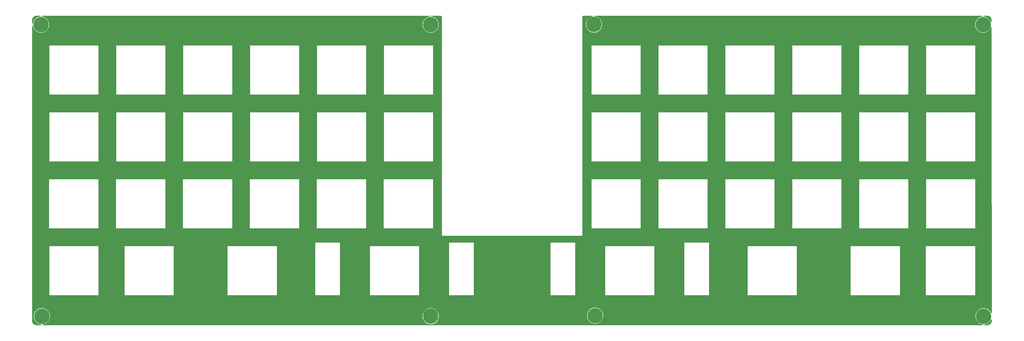
<source format=gbr>
%TF.GenerationSoftware,KiCad,Pcbnew,(6.0.7)*%
%TF.CreationDate,2023-01-10T10:05:43+01:00*%
%TF.ProjectId,skoosk switchplate 8 screwholes,736b6f6f-736b-4207-9377-69746368706c,rev?*%
%TF.SameCoordinates,Original*%
%TF.FileFunction,Copper,L1,Top*%
%TF.FilePolarity,Positive*%
%FSLAX46Y46*%
G04 Gerber Fmt 4.6, Leading zero omitted, Abs format (unit mm)*
G04 Created by KiCad (PCBNEW (6.0.7)) date 2023-01-10 10:05:43*
%MOMM*%
%LPD*%
G01*
G04 APERTURE LIST*
%TA.AperFunction,ComponentPad*%
%ADD10C,4.400000*%
%TD*%
G04 APERTURE END LIST*
D10*
%TO.P,H2,1,1*%
%TO.N,N/C*%
X115887500Y-91537469D03*
%TD*%
%TO.P,H3,1,1*%
%TO.N,N/C*%
X162369692Y-8481252D03*
%TD*%
%TO.P,H4,1,1*%
%TO.N,N/C*%
X273177000Y-8509000D03*
%TD*%
%TO.P,H1,1,1*%
%TO.N,N/C*%
X5207000Y-91567000D03*
%TD*%
%TO.P,H4,1,1*%
%TO.N,N/C*%
X273304000Y-91567000D03*
%TD*%
%TO.P,H1,1,1*%
%TO.N,N/C*%
X4953000Y-8509000D03*
%TD*%
%TO.P,H2,1,1*%
%TO.N,N/C*%
X115887500Y-8509000D03*
%TD*%
%TO.P,H3,1,1*%
%TO.N,N/C*%
X162689708Y-91391033D03*
%TD*%
%TA.AperFunction,NonConductor*%
G36*
X274324935Y-5970388D02*
G01*
X274433342Y-5978912D01*
X274434266Y-5978989D01*
X274465536Y-5981722D01*
X274514073Y-5985966D01*
X274532506Y-5988967D01*
X274591495Y-6003125D01*
X274632792Y-6013037D01*
X274635921Y-6013831D01*
X274719007Y-6036089D01*
X274734600Y-6041382D01*
X274828798Y-6080397D01*
X274833829Y-6082610D01*
X274912696Y-6119383D01*
X274925282Y-6126146D01*
X275011804Y-6179164D01*
X275018240Y-6183383D01*
X275089845Y-6233519D01*
X275099397Y-6240914D01*
X275176445Y-6306719D01*
X275183699Y-6313425D01*
X275245575Y-6375301D01*
X275252281Y-6382555D01*
X275318086Y-6459603D01*
X275325481Y-6469155D01*
X275375617Y-6540760D01*
X275379836Y-6547196D01*
X275432854Y-6633718D01*
X275439616Y-6646301D01*
X275443646Y-6654945D01*
X275476390Y-6725171D01*
X275478603Y-6730202D01*
X275517618Y-6824400D01*
X275522911Y-6839993D01*
X275545169Y-6923079D01*
X275545967Y-6926225D01*
X275570033Y-7026494D01*
X275573034Y-7044927D01*
X275580004Y-7124648D01*
X275580095Y-7125745D01*
X275588614Y-7234091D01*
X275589002Y-7243913D01*
X275589198Y-7695014D01*
X275569226Y-7763144D01*
X275515590Y-7809660D01*
X275445321Y-7819794D01*
X275380727Y-7790329D01*
X275343885Y-7735570D01*
X275308271Y-7630654D01*
X275308271Y-7630653D01*
X275306945Y-7626748D01*
X275173566Y-7356282D01*
X275098512Y-7243955D01*
X275008318Y-7108970D01*
X275008314Y-7108965D01*
X275006025Y-7105539D01*
X275003311Y-7102445D01*
X275003307Y-7102439D01*
X274809898Y-6881900D01*
X274807189Y-6878811D01*
X274745206Y-6824453D01*
X274583561Y-6682693D01*
X274583555Y-6682689D01*
X274580461Y-6679975D01*
X274577035Y-6677686D01*
X274577030Y-6677682D01*
X274333151Y-6514728D01*
X274329718Y-6512434D01*
X274326019Y-6510610D01*
X274326014Y-6510607D01*
X274187166Y-6442135D01*
X274059252Y-6379055D01*
X274048193Y-6375301D01*
X273777604Y-6283448D01*
X273777600Y-6283447D01*
X273773691Y-6282120D01*
X273769647Y-6281316D01*
X273769641Y-6281314D01*
X273481959Y-6224090D01*
X273481953Y-6224089D01*
X273477920Y-6223287D01*
X273473815Y-6223018D01*
X273473808Y-6223017D01*
X273454164Y-6221730D01*
X273387498Y-6197316D01*
X273344614Y-6140734D01*
X273339127Y-6069950D01*
X273372781Y-6007436D01*
X273434889Y-5973041D01*
X273462405Y-5970000D01*
X274315058Y-5970000D01*
X274324935Y-5970388D01*
G37*
%TD.AperFunction*%
%TA.AperFunction,NonConductor*%
G36*
X4735716Y-5990002D02*
G01*
X4782209Y-6043658D01*
X4792313Y-6113932D01*
X4762819Y-6178512D01*
X4703093Y-6216896D01*
X4675836Y-6221730D01*
X4656192Y-6223017D01*
X4656185Y-6223018D01*
X4652080Y-6223287D01*
X4648047Y-6224089D01*
X4648041Y-6224090D01*
X4360359Y-6281314D01*
X4360353Y-6281316D01*
X4356309Y-6282120D01*
X4352400Y-6283447D01*
X4352396Y-6283448D01*
X4081807Y-6375301D01*
X4070748Y-6379055D01*
X3942834Y-6442135D01*
X3803986Y-6510607D01*
X3803981Y-6510610D01*
X3800282Y-6512434D01*
X3796849Y-6514728D01*
X3552970Y-6677682D01*
X3552965Y-6677686D01*
X3549539Y-6679975D01*
X3546445Y-6682689D01*
X3546439Y-6682693D01*
X3384794Y-6824453D01*
X3322811Y-6878811D01*
X3320102Y-6881900D01*
X3126693Y-7102439D01*
X3126689Y-7102445D01*
X3123975Y-7105539D01*
X3121686Y-7108965D01*
X3121682Y-7108970D01*
X3031488Y-7243955D01*
X2956434Y-7356282D01*
X2823055Y-7626748D01*
X2821729Y-7630653D01*
X2821729Y-7630654D01*
X2757525Y-7819794D01*
X2726120Y-7912309D01*
X2725316Y-7916353D01*
X2725314Y-7916359D01*
X2672605Y-8181345D01*
X2639697Y-8244254D01*
X2578002Y-8279386D01*
X2507108Y-8275586D01*
X2449522Y-8234060D01*
X2423527Y-8167993D01*
X2423026Y-8156763D01*
X2423026Y-7243955D01*
X2423414Y-7234070D01*
X2423981Y-7226866D01*
X2431986Y-7125160D01*
X2432047Y-7124425D01*
X2438996Y-7044975D01*
X2441997Y-7026543D01*
X2466140Y-6925978D01*
X2466929Y-6922870D01*
X2489123Y-6840042D01*
X2494416Y-6824453D01*
X2533494Y-6730113D01*
X2535707Y-6725083D01*
X2572411Y-6646370D01*
X2579174Y-6633783D01*
X2632281Y-6547122D01*
X2636499Y-6540688D01*
X2686538Y-6469226D01*
X2693929Y-6459680D01*
X2694004Y-6459593D01*
X2759828Y-6382523D01*
X2766544Y-6375259D01*
X2828287Y-6313516D01*
X2835552Y-6306800D01*
X2912695Y-6240914D01*
X2922254Y-6233512D01*
X2993717Y-6183473D01*
X3000154Y-6179253D01*
X3086816Y-6126147D01*
X3099401Y-6119385D01*
X3178094Y-6082691D01*
X3183125Y-6080477D01*
X3277478Y-6041395D01*
X3293084Y-6036098D01*
X3375825Y-6013927D01*
X3378991Y-6013122D01*
X3459705Y-5993745D01*
X3479570Y-5988976D01*
X3498002Y-5985974D01*
X3576953Y-5979067D01*
X3578048Y-5978976D01*
X3687171Y-5970388D01*
X3697057Y-5970000D01*
X4667595Y-5970000D01*
X4735716Y-5990002D01*
G37*
%TD.AperFunction*%
%TA.AperFunction,NonConductor*%
G36*
X275571352Y-92496041D02*
G01*
X275616229Y-92551056D01*
X275626109Y-92599911D01*
X275626160Y-92716014D01*
X275626210Y-92832018D01*
X275625822Y-92841955D01*
X275617339Y-92949750D01*
X275617282Y-92950433D01*
X275610216Y-93031149D01*
X275607218Y-93049559D01*
X275583257Y-93149364D01*
X275582464Y-93152485D01*
X275579226Y-93164569D01*
X275560066Y-93236074D01*
X275554768Y-93251679D01*
X275515901Y-93345515D01*
X275513688Y-93350546D01*
X275495558Y-93389426D01*
X275476746Y-93429768D01*
X275469987Y-93442348D01*
X275417111Y-93528634D01*
X275412912Y-93535038D01*
X275391658Y-93565393D01*
X275362583Y-93606916D01*
X275355181Y-93616475D01*
X275289570Y-93693296D01*
X275282855Y-93700561D01*
X275220769Y-93762648D01*
X275213503Y-93769364D01*
X275136682Y-93834975D01*
X275127124Y-93842376D01*
X275055267Y-93892692D01*
X275048830Y-93896912D01*
X274962565Y-93949776D01*
X274949981Y-93956538D01*
X274870761Y-93993480D01*
X274865749Y-93995686D01*
X274771880Y-94034569D01*
X274756284Y-94039862D01*
X274672697Y-94062260D01*
X274669548Y-94063060D01*
X274621840Y-94074514D01*
X274569792Y-94087010D01*
X274551362Y-94090012D01*
X274527382Y-94092111D01*
X274470039Y-94097128D01*
X274469324Y-94097188D01*
X274362294Y-94105612D01*
X274352409Y-94106000D01*
X273589405Y-94106000D01*
X273521284Y-94085998D01*
X273474791Y-94032342D01*
X273464687Y-93962068D01*
X273494181Y-93897488D01*
X273553907Y-93859104D01*
X273581164Y-93854270D01*
X273600808Y-93852983D01*
X273600815Y-93852982D01*
X273604920Y-93852713D01*
X273608953Y-93851911D01*
X273608959Y-93851910D01*
X273896641Y-93794686D01*
X273896647Y-93794684D01*
X273900691Y-93793880D01*
X273904600Y-93792553D01*
X273904604Y-93792552D01*
X274182346Y-93698271D01*
X274182347Y-93698271D01*
X274186252Y-93696945D01*
X274349429Y-93616475D01*
X274453014Y-93565393D01*
X274453019Y-93565390D01*
X274456718Y-93563566D01*
X274518471Y-93522304D01*
X274704030Y-93398318D01*
X274704035Y-93398314D01*
X274707461Y-93396025D01*
X274710555Y-93393311D01*
X274710561Y-93393307D01*
X274931100Y-93199898D01*
X274934189Y-93197189D01*
X275063644Y-93049575D01*
X275130307Y-92973561D01*
X275130311Y-92973555D01*
X275133025Y-92970461D01*
X275146333Y-92950545D01*
X275298272Y-92723151D01*
X275300566Y-92719718D01*
X275387103Y-92544238D01*
X275435171Y-92491989D01*
X275503857Y-92474022D01*
X275571352Y-92496041D01*
G37*
%TD.AperFunction*%
%TA.AperFunction,NonConductor*%
G36*
X115670216Y-5990002D02*
G01*
X115716709Y-6043658D01*
X115726813Y-6113932D01*
X115697319Y-6178512D01*
X115637593Y-6216896D01*
X115610336Y-6221730D01*
X115590692Y-6223017D01*
X115590685Y-6223018D01*
X115586580Y-6223287D01*
X115582547Y-6224089D01*
X115582541Y-6224090D01*
X115294859Y-6281314D01*
X115294853Y-6281316D01*
X115290809Y-6282120D01*
X115286900Y-6283447D01*
X115286896Y-6283448D01*
X115016307Y-6375301D01*
X115005248Y-6379055D01*
X114877334Y-6442135D01*
X114738486Y-6510607D01*
X114738481Y-6510610D01*
X114734782Y-6512434D01*
X114731349Y-6514728D01*
X114487470Y-6677682D01*
X114487465Y-6677686D01*
X114484039Y-6679975D01*
X114480945Y-6682689D01*
X114480939Y-6682693D01*
X114319294Y-6824453D01*
X114257311Y-6878811D01*
X114254602Y-6881900D01*
X114061193Y-7102439D01*
X114061189Y-7102445D01*
X114058475Y-7105539D01*
X114056186Y-7108965D01*
X114056182Y-7108970D01*
X113965988Y-7243955D01*
X113890934Y-7356282D01*
X113757555Y-7626748D01*
X113756229Y-7630653D01*
X113756229Y-7630654D01*
X113692025Y-7819794D01*
X113660620Y-7912309D01*
X113659816Y-7916353D01*
X113659814Y-7916359D01*
X113606489Y-8184444D01*
X113601787Y-8208080D01*
X113582064Y-8509000D01*
X113582334Y-8513119D01*
X113600686Y-8793116D01*
X113601787Y-8809920D01*
X113602589Y-8813953D01*
X113602590Y-8813959D01*
X113659814Y-9101641D01*
X113660620Y-9105691D01*
X113661947Y-9109600D01*
X113661948Y-9109604D01*
X113712051Y-9257201D01*
X113757555Y-9391252D01*
X113759379Y-9394950D01*
X113875424Y-9630266D01*
X113890934Y-9661718D01*
X113893228Y-9665151D01*
X114042006Y-9887813D01*
X114058475Y-9912461D01*
X114061189Y-9915555D01*
X114061193Y-9915561D01*
X114235352Y-10114150D01*
X114257311Y-10139189D01*
X114260400Y-10141898D01*
X114480939Y-10335307D01*
X114480945Y-10335311D01*
X114484039Y-10338025D01*
X114487465Y-10340314D01*
X114487470Y-10340318D01*
X114675033Y-10465643D01*
X114734782Y-10505566D01*
X114738481Y-10507390D01*
X114738486Y-10507393D01*
X114877334Y-10575865D01*
X115005248Y-10638945D01*
X115009153Y-10640271D01*
X115009154Y-10640271D01*
X115286896Y-10734552D01*
X115286900Y-10734553D01*
X115290809Y-10735880D01*
X115294853Y-10736684D01*
X115294859Y-10736686D01*
X115582541Y-10793910D01*
X115582547Y-10793911D01*
X115586580Y-10794713D01*
X115590685Y-10794982D01*
X115590692Y-10794983D01*
X115883381Y-10814166D01*
X115887500Y-10814436D01*
X115891619Y-10814166D01*
X116184308Y-10794983D01*
X116184315Y-10794982D01*
X116188420Y-10794713D01*
X116192453Y-10793911D01*
X116192459Y-10793910D01*
X116480141Y-10736686D01*
X116480147Y-10736684D01*
X116484191Y-10735880D01*
X116488100Y-10734553D01*
X116488104Y-10734552D01*
X116765846Y-10640271D01*
X116765847Y-10640271D01*
X116769752Y-10638945D01*
X116897666Y-10575865D01*
X117036514Y-10507393D01*
X117036519Y-10507390D01*
X117040218Y-10505566D01*
X117099967Y-10465643D01*
X117287530Y-10340318D01*
X117287535Y-10340314D01*
X117290961Y-10338025D01*
X117294055Y-10335311D01*
X117294061Y-10335307D01*
X117514600Y-10141898D01*
X117517689Y-10139189D01*
X117539648Y-10114150D01*
X117713807Y-9915561D01*
X117713811Y-9915555D01*
X117716525Y-9912461D01*
X117732995Y-9887813D01*
X117881772Y-9665151D01*
X117884066Y-9661718D01*
X117899577Y-9630266D01*
X118015621Y-9394950D01*
X118017445Y-9391252D01*
X118062949Y-9257201D01*
X118113052Y-9109604D01*
X118113053Y-9109600D01*
X118114380Y-9105691D01*
X118115186Y-9101641D01*
X118172410Y-8813959D01*
X118172411Y-8813953D01*
X118173213Y-8809920D01*
X118174315Y-8793116D01*
X118192666Y-8513119D01*
X118192936Y-8509000D01*
X118173213Y-8208080D01*
X118168512Y-8184444D01*
X118115186Y-7916359D01*
X118115184Y-7916353D01*
X118114380Y-7912309D01*
X118082976Y-7819794D01*
X118018771Y-7630654D01*
X118018771Y-7630653D01*
X118017445Y-7626748D01*
X117884066Y-7356282D01*
X117809012Y-7243955D01*
X117718818Y-7108970D01*
X117718814Y-7108965D01*
X117716525Y-7105539D01*
X117713811Y-7102445D01*
X117713807Y-7102439D01*
X117520398Y-6881900D01*
X117517689Y-6878811D01*
X117455706Y-6824453D01*
X117294061Y-6682693D01*
X117294055Y-6682689D01*
X117290961Y-6679975D01*
X117287535Y-6677686D01*
X117287530Y-6677682D01*
X117043651Y-6514728D01*
X117040218Y-6512434D01*
X117036519Y-6510610D01*
X117036514Y-6510607D01*
X116897666Y-6442135D01*
X116769752Y-6379055D01*
X116758693Y-6375301D01*
X116488104Y-6283448D01*
X116488100Y-6283447D01*
X116484191Y-6282120D01*
X116480147Y-6281316D01*
X116480141Y-6281314D01*
X116192459Y-6224090D01*
X116192453Y-6224089D01*
X116188420Y-6223287D01*
X116184315Y-6223018D01*
X116184308Y-6223017D01*
X116164664Y-6221730D01*
X116097998Y-6197316D01*
X116055114Y-6140734D01*
X116049627Y-6069950D01*
X116083281Y-6007436D01*
X116145389Y-5973041D01*
X116172905Y-5970000D01*
X118669562Y-5970000D01*
X118686015Y-5971079D01*
X118700912Y-5973041D01*
X118713924Y-5974755D01*
X118717161Y-5975224D01*
X118767708Y-5983222D01*
X118796238Y-5991267D01*
X118796301Y-5991293D01*
X118826222Y-6003688D01*
X118835199Y-6007827D01*
X118847170Y-6013927D01*
X118871185Y-6026165D01*
X118890684Y-6038469D01*
X118917685Y-6059189D01*
X118930071Y-6070052D01*
X118940416Y-6080397D01*
X118957763Y-6097745D01*
X118968630Y-6110138D01*
X118989345Y-6137137D01*
X119001646Y-6156634D01*
X119019981Y-6192619D01*
X119024123Y-6201604D01*
X119036551Y-6231609D01*
X119044591Y-6260117D01*
X119052488Y-6309981D01*
X119052961Y-6313247D01*
X119056748Y-6342018D01*
X119057826Y-6358455D01*
X119060612Y-68297927D01*
X119056832Y-68297927D01*
X119056868Y-68298179D01*
X119057279Y-68298125D01*
X119070414Y-68397851D01*
X119108913Y-68490779D01*
X119170150Y-68570576D01*
X119249954Y-68631806D01*
X119342885Y-68670295D01*
X119351069Y-68671372D01*
X119351072Y-68671373D01*
X119442612Y-68683421D01*
X119442565Y-68683777D01*
X119442810Y-68683810D01*
X119442810Y-68680125D01*
X158685414Y-68680125D01*
X158685414Y-68683855D01*
X158685666Y-68683820D01*
X158685612Y-68683408D01*
X158777146Y-68671355D01*
X158777147Y-68671355D01*
X158785331Y-68670277D01*
X158878254Y-68631787D01*
X158958049Y-68570559D01*
X159019280Y-68490765D01*
X159057774Y-68397843D01*
X159070908Y-68298125D01*
X159071239Y-68298169D01*
X159071272Y-68297925D01*
X159067612Y-68297927D01*
X159066563Y-66551005D01*
X161670470Y-66551005D01*
X161670552Y-66551203D01*
X161670787Y-66551770D01*
X161671552Y-66552087D01*
X161671750Y-66552005D01*
X175671354Y-66552005D01*
X175671552Y-66552087D01*
X175672317Y-66551770D01*
X175672552Y-66551203D01*
X175672634Y-66551005D01*
X180720470Y-66551005D01*
X180720552Y-66551203D01*
X180720787Y-66551770D01*
X180721552Y-66552087D01*
X180721750Y-66552005D01*
X194721354Y-66552005D01*
X194721552Y-66552087D01*
X194722317Y-66551770D01*
X194722552Y-66551203D01*
X194722634Y-66551005D01*
X199770470Y-66551005D01*
X199770552Y-66551203D01*
X199770787Y-66551770D01*
X199771552Y-66552087D01*
X199771750Y-66552005D01*
X213771354Y-66552005D01*
X213771552Y-66552087D01*
X213772317Y-66551770D01*
X213772552Y-66551203D01*
X213772634Y-66551005D01*
X218820470Y-66551005D01*
X218820552Y-66551203D01*
X218820787Y-66551770D01*
X218821552Y-66552087D01*
X218821750Y-66552005D01*
X232821354Y-66552005D01*
X232821552Y-66552087D01*
X232822317Y-66551770D01*
X232822552Y-66551203D01*
X232822634Y-66551005D01*
X237870470Y-66551005D01*
X237870552Y-66551203D01*
X237870787Y-66551770D01*
X237871552Y-66552087D01*
X237871750Y-66552005D01*
X251871354Y-66552005D01*
X251871552Y-66552087D01*
X251872317Y-66551770D01*
X251872552Y-66551203D01*
X251872634Y-66551005D01*
X256920470Y-66551005D01*
X256920552Y-66551203D01*
X256920787Y-66551770D01*
X256921552Y-66552087D01*
X256921750Y-66552005D01*
X270921354Y-66552005D01*
X270921552Y-66552087D01*
X270922317Y-66551770D01*
X270922552Y-66551203D01*
X270922634Y-66551005D01*
X270922552Y-66550807D01*
X270922552Y-52551203D01*
X270922634Y-52551005D01*
X270922317Y-52550240D01*
X270921750Y-52550005D01*
X270921552Y-52549923D01*
X270921354Y-52550005D01*
X256921750Y-52550005D01*
X256921552Y-52549923D01*
X256921354Y-52550005D01*
X256920787Y-52550240D01*
X256920470Y-52551005D01*
X256920552Y-52551203D01*
X256920552Y-66550807D01*
X256920470Y-66551005D01*
X251872634Y-66551005D01*
X251872552Y-66550807D01*
X251872552Y-52551203D01*
X251872634Y-52551005D01*
X251872317Y-52550240D01*
X251871750Y-52550005D01*
X251871552Y-52549923D01*
X251871354Y-52550005D01*
X237871750Y-52550005D01*
X237871552Y-52549923D01*
X237871354Y-52550005D01*
X237870787Y-52550240D01*
X237870470Y-52551005D01*
X237870552Y-52551203D01*
X237870552Y-66550807D01*
X237870470Y-66551005D01*
X232822634Y-66551005D01*
X232822552Y-66550807D01*
X232822552Y-52551203D01*
X232822634Y-52551005D01*
X232822317Y-52550240D01*
X232821750Y-52550005D01*
X232821552Y-52549923D01*
X232821354Y-52550005D01*
X218821750Y-52550005D01*
X218821552Y-52549923D01*
X218821354Y-52550005D01*
X218820787Y-52550240D01*
X218820470Y-52551005D01*
X218820552Y-52551203D01*
X218820552Y-66550807D01*
X218820470Y-66551005D01*
X213772634Y-66551005D01*
X213772552Y-66550807D01*
X213772552Y-52551203D01*
X213772634Y-52551005D01*
X213772317Y-52550240D01*
X213771750Y-52550005D01*
X213771552Y-52549923D01*
X213771354Y-52550005D01*
X199771750Y-52550005D01*
X199771552Y-52549923D01*
X199771354Y-52550005D01*
X199770787Y-52550240D01*
X199770470Y-52551005D01*
X199770552Y-52551203D01*
X199770552Y-66550807D01*
X199770470Y-66551005D01*
X194722634Y-66551005D01*
X194722552Y-66550807D01*
X194722552Y-52551203D01*
X194722634Y-52551005D01*
X194722317Y-52550240D01*
X194721750Y-52550005D01*
X194721552Y-52549923D01*
X194721354Y-52550005D01*
X180721750Y-52550005D01*
X180721552Y-52549923D01*
X180721354Y-52550005D01*
X180720787Y-52550240D01*
X180720470Y-52551005D01*
X180720552Y-52551203D01*
X180720552Y-66550807D01*
X180720470Y-66551005D01*
X175672634Y-66551005D01*
X175672552Y-66550807D01*
X175672552Y-52551203D01*
X175672634Y-52551005D01*
X175672317Y-52550240D01*
X175671750Y-52550005D01*
X175671552Y-52549923D01*
X175671354Y-52550005D01*
X161671750Y-52550005D01*
X161671552Y-52549923D01*
X161671354Y-52550005D01*
X161670787Y-52550240D01*
X161670470Y-52551005D01*
X161670552Y-52551203D01*
X161670552Y-66550807D01*
X161670470Y-66551005D01*
X159066563Y-66551005D01*
X159055119Y-47500069D01*
X161670123Y-47500069D01*
X161670205Y-47500267D01*
X161670440Y-47500834D01*
X161671205Y-47501151D01*
X161671403Y-47501069D01*
X175671007Y-47501069D01*
X175671205Y-47501151D01*
X175671970Y-47500834D01*
X175672205Y-47500267D01*
X175672287Y-47500069D01*
X180720123Y-47500069D01*
X180720205Y-47500267D01*
X180720440Y-47500834D01*
X180721205Y-47501151D01*
X180721403Y-47501069D01*
X194721007Y-47501069D01*
X194721205Y-47501151D01*
X194721970Y-47500834D01*
X194722205Y-47500267D01*
X194722287Y-47500069D01*
X199770123Y-47500069D01*
X199770205Y-47500267D01*
X199770440Y-47500834D01*
X199771205Y-47501151D01*
X199771403Y-47501069D01*
X213771007Y-47501069D01*
X213771205Y-47501151D01*
X213771970Y-47500834D01*
X213772205Y-47500267D01*
X213772287Y-47500069D01*
X218820123Y-47500069D01*
X218820205Y-47500267D01*
X218820440Y-47500834D01*
X218821205Y-47501151D01*
X218821403Y-47501069D01*
X232821007Y-47501069D01*
X232821205Y-47501151D01*
X232821970Y-47500834D01*
X232822205Y-47500267D01*
X232822287Y-47500069D01*
X237870123Y-47500069D01*
X237870205Y-47500267D01*
X237870440Y-47500834D01*
X237871205Y-47501151D01*
X237871403Y-47501069D01*
X251871007Y-47501069D01*
X251871205Y-47501151D01*
X251871970Y-47500834D01*
X251872205Y-47500267D01*
X251872287Y-47500069D01*
X256920123Y-47500069D01*
X256920205Y-47500267D01*
X256920440Y-47500834D01*
X256921205Y-47501151D01*
X256921403Y-47501069D01*
X270921007Y-47501069D01*
X270921205Y-47501151D01*
X270921970Y-47500834D01*
X270922205Y-47500267D01*
X270922287Y-47500069D01*
X270922205Y-47499871D01*
X270922205Y-33500267D01*
X270922287Y-33500069D01*
X270921970Y-33499304D01*
X270921403Y-33499069D01*
X270921205Y-33498987D01*
X270921007Y-33499069D01*
X256921403Y-33499069D01*
X256921205Y-33498987D01*
X256921007Y-33499069D01*
X256920440Y-33499304D01*
X256920123Y-33500069D01*
X256920205Y-33500267D01*
X256920205Y-47499871D01*
X256920123Y-47500069D01*
X251872287Y-47500069D01*
X251872205Y-47499871D01*
X251872205Y-33500267D01*
X251872287Y-33500069D01*
X251871970Y-33499304D01*
X251871403Y-33499069D01*
X251871205Y-33498987D01*
X251871007Y-33499069D01*
X237871403Y-33499069D01*
X237871205Y-33498987D01*
X237871007Y-33499069D01*
X237870440Y-33499304D01*
X237870123Y-33500069D01*
X237870205Y-33500267D01*
X237870205Y-47499871D01*
X237870123Y-47500069D01*
X232822287Y-47500069D01*
X232822205Y-47499871D01*
X232822205Y-33500267D01*
X232822287Y-33500069D01*
X232821970Y-33499304D01*
X232821403Y-33499069D01*
X232821205Y-33498987D01*
X232821007Y-33499069D01*
X218821403Y-33499069D01*
X218821205Y-33498987D01*
X218821007Y-33499069D01*
X218820440Y-33499304D01*
X218820123Y-33500069D01*
X218820205Y-33500267D01*
X218820205Y-47499871D01*
X218820123Y-47500069D01*
X213772287Y-47500069D01*
X213772205Y-47499871D01*
X213772205Y-33500267D01*
X213772287Y-33500069D01*
X213771970Y-33499304D01*
X213771403Y-33499069D01*
X213771205Y-33498987D01*
X213771007Y-33499069D01*
X199771403Y-33499069D01*
X199771205Y-33498987D01*
X199771007Y-33499069D01*
X199770440Y-33499304D01*
X199770123Y-33500069D01*
X199770205Y-33500267D01*
X199770205Y-47499871D01*
X199770123Y-47500069D01*
X194722287Y-47500069D01*
X194722205Y-47499871D01*
X194722205Y-33500267D01*
X194722287Y-33500069D01*
X194721970Y-33499304D01*
X194721403Y-33499069D01*
X194721205Y-33498987D01*
X194721007Y-33499069D01*
X180721403Y-33499069D01*
X180721205Y-33498987D01*
X180721007Y-33499069D01*
X180720440Y-33499304D01*
X180720123Y-33500069D01*
X180720205Y-33500267D01*
X180720205Y-47499871D01*
X180720123Y-47500069D01*
X175672287Y-47500069D01*
X175672205Y-47499871D01*
X175672205Y-33500267D01*
X175672287Y-33500069D01*
X175671970Y-33499304D01*
X175671403Y-33499069D01*
X175671205Y-33498987D01*
X175671007Y-33499069D01*
X161671403Y-33499069D01*
X161671205Y-33498987D01*
X161671007Y-33499069D01*
X161670440Y-33499304D01*
X161670123Y-33500069D01*
X161670205Y-33500267D01*
X161670205Y-47499871D01*
X161670123Y-47500069D01*
X159055119Y-47500069D01*
X159043675Y-28448548D01*
X161673867Y-28448548D01*
X161673949Y-28448746D01*
X161674184Y-28449313D01*
X161674949Y-28449630D01*
X161675147Y-28449548D01*
X175674751Y-28449548D01*
X175674949Y-28449630D01*
X175675714Y-28449313D01*
X175675949Y-28448746D01*
X175676031Y-28448548D01*
X180723867Y-28448548D01*
X180723949Y-28448746D01*
X180724184Y-28449313D01*
X180724949Y-28449630D01*
X180725147Y-28449548D01*
X194724751Y-28449548D01*
X194724949Y-28449630D01*
X194725714Y-28449313D01*
X194725949Y-28448746D01*
X194726031Y-28448548D01*
X199773867Y-28448548D01*
X199773949Y-28448746D01*
X199774184Y-28449313D01*
X199774949Y-28449630D01*
X199775147Y-28449548D01*
X213774751Y-28449548D01*
X213774949Y-28449630D01*
X213775714Y-28449313D01*
X213775949Y-28448746D01*
X213776031Y-28448548D01*
X218823867Y-28448548D01*
X218823949Y-28448746D01*
X218824184Y-28449313D01*
X218824949Y-28449630D01*
X218825147Y-28449548D01*
X232824751Y-28449548D01*
X232824949Y-28449630D01*
X232825714Y-28449313D01*
X232825949Y-28448746D01*
X232826031Y-28448548D01*
X237873867Y-28448548D01*
X237873949Y-28448746D01*
X237874184Y-28449313D01*
X237874949Y-28449630D01*
X237875147Y-28449548D01*
X251874751Y-28449548D01*
X251874949Y-28449630D01*
X251875714Y-28449313D01*
X251875949Y-28448746D01*
X251876031Y-28448548D01*
X256923867Y-28448548D01*
X256923949Y-28448746D01*
X256924184Y-28449313D01*
X256924949Y-28449630D01*
X256925147Y-28449548D01*
X270924751Y-28449548D01*
X270924949Y-28449630D01*
X270925714Y-28449313D01*
X270925949Y-28448746D01*
X270926031Y-28448548D01*
X270925949Y-28448350D01*
X270925949Y-14448746D01*
X270926031Y-14448548D01*
X270925714Y-14447783D01*
X270925147Y-14447548D01*
X270924949Y-14447466D01*
X270924751Y-14447548D01*
X256925147Y-14447548D01*
X256924949Y-14447466D01*
X256924751Y-14447548D01*
X256924184Y-14447783D01*
X256923867Y-14448548D01*
X256923949Y-14448746D01*
X256923949Y-28448350D01*
X256923867Y-28448548D01*
X251876031Y-28448548D01*
X251875949Y-28448350D01*
X251875949Y-14448746D01*
X251876031Y-14448548D01*
X251875714Y-14447783D01*
X251875147Y-14447548D01*
X251874949Y-14447466D01*
X251874751Y-14447548D01*
X237875147Y-14447548D01*
X237874949Y-14447466D01*
X237874751Y-14447548D01*
X237874184Y-14447783D01*
X237873867Y-14448548D01*
X237873949Y-14448746D01*
X237873949Y-28448350D01*
X237873867Y-28448548D01*
X232826031Y-28448548D01*
X232825949Y-28448350D01*
X232825949Y-14448746D01*
X232826031Y-14448548D01*
X232825714Y-14447783D01*
X232825147Y-14447548D01*
X232824949Y-14447466D01*
X232824751Y-14447548D01*
X218825147Y-14447548D01*
X218824949Y-14447466D01*
X218824751Y-14447548D01*
X218824184Y-14447783D01*
X218823867Y-14448548D01*
X218823949Y-14448746D01*
X218823949Y-28448350D01*
X218823867Y-28448548D01*
X213776031Y-28448548D01*
X213775949Y-28448350D01*
X213775949Y-14448746D01*
X213776031Y-14448548D01*
X213775714Y-14447783D01*
X213775147Y-14447548D01*
X213774949Y-14447466D01*
X213774751Y-14447548D01*
X199775147Y-14447548D01*
X199774949Y-14447466D01*
X199774751Y-14447548D01*
X199774184Y-14447783D01*
X199773867Y-14448548D01*
X199773949Y-14448746D01*
X199773949Y-28448350D01*
X199773867Y-28448548D01*
X194726031Y-28448548D01*
X194725949Y-28448350D01*
X194725949Y-14448746D01*
X194726031Y-14448548D01*
X194725714Y-14447783D01*
X194725147Y-14447548D01*
X194724949Y-14447466D01*
X194724751Y-14447548D01*
X180725147Y-14447548D01*
X180724949Y-14447466D01*
X180724751Y-14447548D01*
X180724184Y-14447783D01*
X180723867Y-14448548D01*
X180723949Y-14448746D01*
X180723949Y-28448350D01*
X180723867Y-28448548D01*
X175676031Y-28448548D01*
X175675949Y-28448350D01*
X175675949Y-14448746D01*
X175676031Y-14448548D01*
X175675714Y-14447783D01*
X175675147Y-14447548D01*
X175674949Y-14447466D01*
X175674751Y-14447548D01*
X161675147Y-14447548D01*
X161674949Y-14447466D01*
X161674751Y-14447548D01*
X161674184Y-14447783D01*
X161673867Y-14448548D01*
X161673949Y-14448746D01*
X161673949Y-28448350D01*
X161673867Y-28448548D01*
X159043675Y-28448548D01*
X159030405Y-6358297D01*
X159031483Y-6341775D01*
X159035109Y-6314232D01*
X159035582Y-6310970D01*
X159039941Y-6283448D01*
X159043653Y-6260009D01*
X159051691Y-6231507D01*
X159063956Y-6201896D01*
X159068094Y-6192921D01*
X159068248Y-6192619D01*
X159086646Y-6156511D01*
X159098948Y-6137013D01*
X159108185Y-6124976D01*
X159119459Y-6110283D01*
X159130326Y-6097893D01*
X159158293Y-6069926D01*
X159170683Y-6059059D01*
X159193720Y-6041382D01*
X159197416Y-6038546D01*
X159216911Y-6026246D01*
X159253322Y-6007693D01*
X159262296Y-6003556D01*
X159291907Y-5991291D01*
X159320409Y-5983253D01*
X159346838Y-5979067D01*
X159371370Y-5975182D01*
X159374632Y-5974709D01*
X159402215Y-5971078D01*
X159418658Y-5970000D01*
X161923334Y-5970000D01*
X161991455Y-5990002D01*
X162037948Y-6043658D01*
X162048052Y-6113932D01*
X162018558Y-6178512D01*
X161958832Y-6216896D01*
X161947916Y-6219579D01*
X161777051Y-6253566D01*
X161777045Y-6253568D01*
X161773001Y-6254372D01*
X161769092Y-6255699D01*
X161769088Y-6255700D01*
X161491346Y-6349981D01*
X161487440Y-6351307D01*
X161424053Y-6382566D01*
X161220678Y-6482859D01*
X161220673Y-6482862D01*
X161216974Y-6484686D01*
X161175446Y-6512434D01*
X160969662Y-6649934D01*
X160969657Y-6649938D01*
X160966231Y-6652227D01*
X160963137Y-6654941D01*
X160963131Y-6654945D01*
X160769906Y-6824400D01*
X160739503Y-6851063D01*
X160736794Y-6854152D01*
X160543385Y-7074691D01*
X160543381Y-7074697D01*
X160540667Y-7077791D01*
X160538378Y-7081217D01*
X160538374Y-7081222D01*
X160508625Y-7125745D01*
X160373126Y-7328534D01*
X160371302Y-7332233D01*
X160371299Y-7332238D01*
X160302827Y-7471086D01*
X160239747Y-7599000D01*
X160238421Y-7602905D01*
X160238421Y-7602906D01*
X160184028Y-7763144D01*
X160142812Y-7884561D01*
X160142008Y-7888605D01*
X160142006Y-7888611D01*
X160137293Y-7912309D01*
X160083979Y-8180332D01*
X160083710Y-8184437D01*
X160083709Y-8184444D01*
X160065672Y-8459654D01*
X160064256Y-8481252D01*
X160064526Y-8485371D01*
X160082920Y-8766013D01*
X160083979Y-8782172D01*
X160084781Y-8786205D01*
X160084782Y-8786211D01*
X160092645Y-8825739D01*
X160142812Y-9077943D01*
X160239747Y-9363504D01*
X160373126Y-9633970D01*
X160540667Y-9884713D01*
X160543381Y-9887807D01*
X160543385Y-9887813D01*
X160565001Y-9912461D01*
X160739503Y-10111441D01*
X160742592Y-10114150D01*
X160963131Y-10307559D01*
X160963137Y-10307563D01*
X160966231Y-10310277D01*
X160969657Y-10312566D01*
X160969662Y-10312570D01*
X161157225Y-10437895D01*
X161216974Y-10477818D01*
X161220673Y-10479642D01*
X161220678Y-10479645D01*
X161273241Y-10505566D01*
X161487440Y-10611197D01*
X161491345Y-10612523D01*
X161491346Y-10612523D01*
X161769088Y-10706804D01*
X161769092Y-10706805D01*
X161773001Y-10708132D01*
X161777045Y-10708936D01*
X161777051Y-10708938D01*
X162064733Y-10766162D01*
X162064739Y-10766163D01*
X162068772Y-10766965D01*
X162072877Y-10767234D01*
X162072884Y-10767235D01*
X162365573Y-10786418D01*
X162369692Y-10786688D01*
X162373811Y-10786418D01*
X162666500Y-10767235D01*
X162666507Y-10767234D01*
X162670612Y-10766965D01*
X162674645Y-10766163D01*
X162674651Y-10766162D01*
X162962333Y-10708938D01*
X162962339Y-10708936D01*
X162966383Y-10708132D01*
X162970292Y-10706805D01*
X162970296Y-10706804D01*
X163248038Y-10612523D01*
X163248039Y-10612523D01*
X163251944Y-10611197D01*
X163466143Y-10505566D01*
X163518706Y-10479645D01*
X163518711Y-10479642D01*
X163522410Y-10477818D01*
X163582159Y-10437895D01*
X163769722Y-10312570D01*
X163769727Y-10312566D01*
X163773153Y-10310277D01*
X163776247Y-10307563D01*
X163776253Y-10307559D01*
X163996792Y-10114150D01*
X163999881Y-10111441D01*
X164174383Y-9912461D01*
X164195999Y-9887813D01*
X164196003Y-9887807D01*
X164198717Y-9884713D01*
X164366258Y-9633970D01*
X164499637Y-9363504D01*
X164596572Y-9077943D01*
X164646739Y-8825739D01*
X164654602Y-8786211D01*
X164654603Y-8786205D01*
X164655405Y-8782172D01*
X164656465Y-8766013D01*
X164674858Y-8485371D01*
X164675128Y-8481252D01*
X164673712Y-8459654D01*
X164655675Y-8184444D01*
X164655674Y-8184437D01*
X164655405Y-8180332D01*
X164602092Y-7912309D01*
X164597378Y-7888611D01*
X164597376Y-7888605D01*
X164596572Y-7884561D01*
X164555357Y-7763144D01*
X164500963Y-7602906D01*
X164500963Y-7602905D01*
X164499637Y-7599000D01*
X164436557Y-7471086D01*
X164368085Y-7332238D01*
X164368082Y-7332233D01*
X164366258Y-7328534D01*
X164230759Y-7125745D01*
X164201010Y-7081222D01*
X164201006Y-7081217D01*
X164198717Y-7077791D01*
X164196003Y-7074697D01*
X164195999Y-7074691D01*
X164002590Y-6854152D01*
X163999881Y-6851063D01*
X163969478Y-6824400D01*
X163776253Y-6654945D01*
X163776247Y-6654941D01*
X163773153Y-6652227D01*
X163769727Y-6649938D01*
X163769722Y-6649934D01*
X163563938Y-6512434D01*
X163522410Y-6484686D01*
X163518711Y-6482862D01*
X163518706Y-6482859D01*
X163315331Y-6382566D01*
X163251944Y-6351307D01*
X163248038Y-6349981D01*
X162970296Y-6255700D01*
X162970292Y-6255699D01*
X162966383Y-6254372D01*
X162962339Y-6253568D01*
X162962333Y-6253566D01*
X162791468Y-6219579D01*
X162728559Y-6186671D01*
X162693427Y-6124976D01*
X162697227Y-6054082D01*
X162738753Y-5996496D01*
X162804820Y-5970501D01*
X162816050Y-5970000D01*
X272891595Y-5970000D01*
X272959716Y-5990002D01*
X273006209Y-6043658D01*
X273016313Y-6113932D01*
X272986819Y-6178512D01*
X272927093Y-6216896D01*
X272899836Y-6221730D01*
X272880192Y-6223017D01*
X272880185Y-6223018D01*
X272876080Y-6223287D01*
X272872047Y-6224089D01*
X272872041Y-6224090D01*
X272584359Y-6281314D01*
X272584353Y-6281316D01*
X272580309Y-6282120D01*
X272576400Y-6283447D01*
X272576396Y-6283448D01*
X272305807Y-6375301D01*
X272294748Y-6379055D01*
X272166834Y-6442135D01*
X272027986Y-6510607D01*
X272027981Y-6510610D01*
X272024282Y-6512434D01*
X272020849Y-6514728D01*
X271776970Y-6677682D01*
X271776965Y-6677686D01*
X271773539Y-6679975D01*
X271770445Y-6682689D01*
X271770439Y-6682693D01*
X271608794Y-6824453D01*
X271546811Y-6878811D01*
X271544102Y-6881900D01*
X271350693Y-7102439D01*
X271350689Y-7102445D01*
X271347975Y-7105539D01*
X271345686Y-7108965D01*
X271345682Y-7108970D01*
X271255488Y-7243955D01*
X271180434Y-7356282D01*
X271047055Y-7626748D01*
X271045729Y-7630653D01*
X271045729Y-7630654D01*
X270981525Y-7819794D01*
X270950120Y-7912309D01*
X270949316Y-7916353D01*
X270949314Y-7916359D01*
X270895989Y-8184444D01*
X270891287Y-8208080D01*
X270871564Y-8509000D01*
X270871834Y-8513119D01*
X270890186Y-8793116D01*
X270891287Y-8809920D01*
X270892089Y-8813953D01*
X270892090Y-8813959D01*
X270949314Y-9101641D01*
X270950120Y-9105691D01*
X270951447Y-9109600D01*
X270951448Y-9109604D01*
X271001551Y-9257201D01*
X271047055Y-9391252D01*
X271048879Y-9394950D01*
X271164924Y-9630266D01*
X271180434Y-9661718D01*
X271182728Y-9665151D01*
X271331506Y-9887813D01*
X271347975Y-9912461D01*
X271350689Y-9915555D01*
X271350693Y-9915561D01*
X271524852Y-10114150D01*
X271546811Y-10139189D01*
X271549900Y-10141898D01*
X271770439Y-10335307D01*
X271770445Y-10335311D01*
X271773539Y-10338025D01*
X271776965Y-10340314D01*
X271776970Y-10340318D01*
X271964533Y-10465643D01*
X272024282Y-10505566D01*
X272027981Y-10507390D01*
X272027986Y-10507393D01*
X272166834Y-10575865D01*
X272294748Y-10638945D01*
X272298653Y-10640271D01*
X272298654Y-10640271D01*
X272576396Y-10734552D01*
X272576400Y-10734553D01*
X272580309Y-10735880D01*
X272584353Y-10736684D01*
X272584359Y-10736686D01*
X272872041Y-10793910D01*
X272872047Y-10793911D01*
X272876080Y-10794713D01*
X272880185Y-10794982D01*
X272880192Y-10794983D01*
X273172881Y-10814166D01*
X273177000Y-10814436D01*
X273181119Y-10814166D01*
X273473808Y-10794983D01*
X273473815Y-10794982D01*
X273477920Y-10794713D01*
X273481953Y-10793911D01*
X273481959Y-10793910D01*
X273769641Y-10736686D01*
X273769647Y-10736684D01*
X273773691Y-10735880D01*
X273777600Y-10734553D01*
X273777604Y-10734552D01*
X274055346Y-10640271D01*
X274055347Y-10640271D01*
X274059252Y-10638945D01*
X274187166Y-10575865D01*
X274326014Y-10507393D01*
X274326019Y-10507390D01*
X274329718Y-10505566D01*
X274389467Y-10465643D01*
X274577030Y-10340318D01*
X274577035Y-10340314D01*
X274580461Y-10338025D01*
X274583555Y-10335311D01*
X274583561Y-10335307D01*
X274804100Y-10141898D01*
X274807189Y-10139189D01*
X274829148Y-10114150D01*
X275003307Y-9915561D01*
X275003311Y-9915555D01*
X275006025Y-9912461D01*
X275022495Y-9887813D01*
X275171272Y-9665151D01*
X275173566Y-9661718D01*
X275189077Y-9630266D01*
X275305121Y-9394950D01*
X275306945Y-9391252D01*
X275344592Y-9280346D01*
X275385429Y-9222271D01*
X275451182Y-9195493D01*
X275520974Y-9208514D01*
X275572648Y-9257201D01*
X275589905Y-9320794D01*
X275598222Y-28451207D01*
X275625210Y-90532156D01*
X275605238Y-90600286D01*
X275551602Y-90646802D01*
X275481333Y-90656936D01*
X275416739Y-90627471D01*
X275386204Y-90587939D01*
X275302393Y-90417986D01*
X275302390Y-90417981D01*
X275300566Y-90414282D01*
X275133025Y-90163539D01*
X275130311Y-90160445D01*
X275130307Y-90160439D01*
X274936898Y-89939900D01*
X274934189Y-89936811D01*
X274904038Y-89910369D01*
X274710561Y-89740693D01*
X274710555Y-89740689D01*
X274707461Y-89737975D01*
X274704035Y-89735686D01*
X274704030Y-89735682D01*
X274460151Y-89572728D01*
X274456718Y-89570434D01*
X274453019Y-89568610D01*
X274453014Y-89568607D01*
X274314166Y-89500135D01*
X274186252Y-89437055D01*
X274099257Y-89407524D01*
X273904604Y-89341448D01*
X273904600Y-89341447D01*
X273900691Y-89340120D01*
X273896647Y-89339316D01*
X273896641Y-89339314D01*
X273608959Y-89282090D01*
X273608953Y-89282089D01*
X273604920Y-89281287D01*
X273600815Y-89281018D01*
X273600808Y-89281017D01*
X273308119Y-89261834D01*
X273304000Y-89261564D01*
X273299881Y-89261834D01*
X273007192Y-89281017D01*
X273007185Y-89281018D01*
X273003080Y-89281287D01*
X272999047Y-89282089D01*
X272999041Y-89282090D01*
X272711359Y-89339314D01*
X272711353Y-89339316D01*
X272707309Y-89340120D01*
X272703400Y-89341447D01*
X272703396Y-89341448D01*
X272508743Y-89407524D01*
X272421748Y-89437055D01*
X272293834Y-89500135D01*
X272154986Y-89568607D01*
X272154981Y-89568610D01*
X272151282Y-89570434D01*
X272147849Y-89572728D01*
X271903970Y-89735682D01*
X271903965Y-89735686D01*
X271900539Y-89737975D01*
X271897445Y-89740689D01*
X271897439Y-89740693D01*
X271703962Y-89910369D01*
X271673811Y-89936811D01*
X271671102Y-89939900D01*
X271477693Y-90160439D01*
X271477689Y-90160445D01*
X271474975Y-90163539D01*
X271307434Y-90414282D01*
X271174055Y-90684748D01*
X271172729Y-90688653D01*
X271172729Y-90688654D01*
X271085770Y-90944828D01*
X271077120Y-90970309D01*
X271076316Y-90974353D01*
X271076314Y-90974359D01*
X271024965Y-91232510D01*
X271018287Y-91266080D01*
X270998564Y-91567000D01*
X271018287Y-91867920D01*
X271019089Y-91871953D01*
X271019090Y-91871959D01*
X271072024Y-92138073D01*
X271077120Y-92163691D01*
X271078447Y-92167600D01*
X271078448Y-92167604D01*
X271165286Y-92423419D01*
X271174055Y-92449252D01*
X271307434Y-92719718D01*
X271309728Y-92723151D01*
X271461668Y-92950545D01*
X271474975Y-92970461D01*
X271477689Y-92973555D01*
X271477693Y-92973561D01*
X271544356Y-93049575D01*
X271673811Y-93197189D01*
X271676900Y-93199898D01*
X271897439Y-93393307D01*
X271897445Y-93393311D01*
X271900539Y-93396025D01*
X271903965Y-93398314D01*
X271903970Y-93398318D01*
X272089529Y-93522304D01*
X272151282Y-93563566D01*
X272154981Y-93565390D01*
X272154986Y-93565393D01*
X272258571Y-93616475D01*
X272421748Y-93696945D01*
X272425653Y-93698271D01*
X272425654Y-93698271D01*
X272703396Y-93792552D01*
X272703400Y-93792553D01*
X272707309Y-93793880D01*
X272711353Y-93794684D01*
X272711359Y-93794686D01*
X272999041Y-93851910D01*
X272999047Y-93851911D01*
X273003080Y-93852713D01*
X273007185Y-93852982D01*
X273007192Y-93852983D01*
X273026836Y-93854270D01*
X273093502Y-93878684D01*
X273136386Y-93935266D01*
X273141873Y-94006050D01*
X273108219Y-94068564D01*
X273046111Y-94102959D01*
X273018595Y-94106000D01*
X5492405Y-94106000D01*
X5424284Y-94085998D01*
X5377791Y-94032342D01*
X5367687Y-93962068D01*
X5397181Y-93897488D01*
X5456907Y-93859104D01*
X5484164Y-93854270D01*
X5503808Y-93852983D01*
X5503815Y-93852982D01*
X5507920Y-93852713D01*
X5511953Y-93851911D01*
X5511959Y-93851910D01*
X5799641Y-93794686D01*
X5799647Y-93794684D01*
X5803691Y-93793880D01*
X5807600Y-93792553D01*
X5807604Y-93792552D01*
X6085346Y-93698271D01*
X6085347Y-93698271D01*
X6089252Y-93696945D01*
X6252429Y-93616475D01*
X6356014Y-93565393D01*
X6356019Y-93565390D01*
X6359718Y-93563566D01*
X6421471Y-93522304D01*
X6607030Y-93398318D01*
X6607035Y-93398314D01*
X6610461Y-93396025D01*
X6613555Y-93393311D01*
X6613561Y-93393307D01*
X6834100Y-93199898D01*
X6837189Y-93197189D01*
X6966644Y-93049575D01*
X7033307Y-92973561D01*
X7033311Y-92973555D01*
X7036025Y-92970461D01*
X7049333Y-92950545D01*
X7201272Y-92723151D01*
X7203566Y-92719718D01*
X7336945Y-92449252D01*
X7345714Y-92423419D01*
X7432552Y-92167604D01*
X7432553Y-92167600D01*
X7433880Y-92163691D01*
X7438976Y-92138073D01*
X7491910Y-91871959D01*
X7491911Y-91871953D01*
X7492713Y-91867920D01*
X7512436Y-91567000D01*
X7510500Y-91537469D01*
X113582064Y-91537469D01*
X113601787Y-91838389D01*
X113602589Y-91842422D01*
X113602590Y-91842428D01*
X113632270Y-91991637D01*
X113660620Y-92134160D01*
X113661947Y-92138069D01*
X113661948Y-92138073D01*
X113709102Y-92276983D01*
X113757555Y-92419721D01*
X113890934Y-92690187D01*
X113893228Y-92693620D01*
X113988900Y-92836803D01*
X114058475Y-92940930D01*
X114061189Y-92944024D01*
X114061193Y-92944030D01*
X114254602Y-93164569D01*
X114257311Y-93167658D01*
X114260400Y-93170367D01*
X114480939Y-93363776D01*
X114480945Y-93363780D01*
X114484039Y-93366494D01*
X114487465Y-93368783D01*
X114487470Y-93368787D01*
X114578663Y-93429720D01*
X114734782Y-93534035D01*
X114738481Y-93535859D01*
X114738486Y-93535862D01*
X114840941Y-93586387D01*
X115005248Y-93667414D01*
X115009153Y-93668740D01*
X115009154Y-93668740D01*
X115286896Y-93763021D01*
X115286900Y-93763022D01*
X115290809Y-93764349D01*
X115294853Y-93765153D01*
X115294859Y-93765155D01*
X115582541Y-93822379D01*
X115582547Y-93822380D01*
X115586580Y-93823182D01*
X115590685Y-93823451D01*
X115590692Y-93823452D01*
X115865902Y-93841489D01*
X115879979Y-93842412D01*
X115883381Y-93842635D01*
X115887500Y-93842905D01*
X115891619Y-93842635D01*
X115895022Y-93842412D01*
X115909098Y-93841489D01*
X116184308Y-93823452D01*
X116184315Y-93823451D01*
X116188420Y-93823182D01*
X116192453Y-93822380D01*
X116192459Y-93822379D01*
X116480141Y-93765155D01*
X116480147Y-93765153D01*
X116484191Y-93764349D01*
X116488100Y-93763022D01*
X116488104Y-93763021D01*
X116765846Y-93668740D01*
X116765847Y-93668740D01*
X116769752Y-93667414D01*
X116934059Y-93586387D01*
X117036514Y-93535862D01*
X117036519Y-93535859D01*
X117040218Y-93534035D01*
X117196337Y-93429720D01*
X117287530Y-93368787D01*
X117287535Y-93368783D01*
X117290961Y-93366494D01*
X117294055Y-93363780D01*
X117294061Y-93363776D01*
X117514600Y-93170367D01*
X117517689Y-93167658D01*
X117520398Y-93164569D01*
X117713807Y-92944030D01*
X117713811Y-92944024D01*
X117716525Y-92940930D01*
X117786101Y-92836803D01*
X117881772Y-92693620D01*
X117884066Y-92690187D01*
X118017445Y-92419721D01*
X118065898Y-92276983D01*
X118113052Y-92138073D01*
X118113053Y-92138069D01*
X118114380Y-92134160D01*
X118142730Y-91991637D01*
X118172410Y-91842428D01*
X118172411Y-91842422D01*
X118173213Y-91838389D01*
X118192936Y-91537469D01*
X118183338Y-91391033D01*
X160384272Y-91391033D01*
X160384542Y-91395152D01*
X160394140Y-91541588D01*
X160403995Y-91691953D01*
X160404797Y-91695986D01*
X160404798Y-91695992D01*
X160462022Y-91983674D01*
X160462828Y-91987724D01*
X160464155Y-91991633D01*
X160464156Y-91991637D01*
X160521186Y-92159641D01*
X160559763Y-92273285D01*
X160693142Y-92543751D01*
X160860683Y-92794494D01*
X160863397Y-92797588D01*
X160863401Y-92797594D01*
X161017721Y-92973561D01*
X161059519Y-93021222D01*
X161062608Y-93023931D01*
X161283147Y-93217340D01*
X161283153Y-93217344D01*
X161286247Y-93220058D01*
X161289673Y-93222347D01*
X161289678Y-93222351D01*
X161333499Y-93251631D01*
X161536990Y-93387599D01*
X161540689Y-93389423D01*
X161540694Y-93389426D01*
X161588733Y-93413116D01*
X161807456Y-93520978D01*
X161811361Y-93522304D01*
X161811362Y-93522304D01*
X162089104Y-93616585D01*
X162089108Y-93616586D01*
X162093017Y-93617913D01*
X162097061Y-93618717D01*
X162097067Y-93618719D01*
X162384749Y-93675943D01*
X162384755Y-93675944D01*
X162388788Y-93676746D01*
X162392893Y-93677015D01*
X162392900Y-93677016D01*
X162685589Y-93696199D01*
X162689708Y-93696469D01*
X162693827Y-93696199D01*
X162986516Y-93677016D01*
X162986523Y-93677015D01*
X162990628Y-93676746D01*
X162994661Y-93675944D01*
X162994667Y-93675943D01*
X163282349Y-93618719D01*
X163282355Y-93618717D01*
X163286399Y-93617913D01*
X163290308Y-93616586D01*
X163290312Y-93616585D01*
X163568054Y-93522304D01*
X163568055Y-93522304D01*
X163571960Y-93520978D01*
X163790683Y-93413116D01*
X163838722Y-93389426D01*
X163838727Y-93389423D01*
X163842426Y-93387599D01*
X164045917Y-93251631D01*
X164089738Y-93222351D01*
X164089743Y-93222347D01*
X164093169Y-93220058D01*
X164096263Y-93217344D01*
X164096269Y-93217340D01*
X164316808Y-93023931D01*
X164319897Y-93021222D01*
X164361695Y-92973561D01*
X164516015Y-92797594D01*
X164516019Y-92797588D01*
X164518733Y-92794494D01*
X164686274Y-92543751D01*
X164819653Y-92273285D01*
X164858230Y-92159641D01*
X164915260Y-91991637D01*
X164915261Y-91991633D01*
X164916588Y-91987724D01*
X164917394Y-91983674D01*
X164974618Y-91695992D01*
X164974619Y-91695986D01*
X164975421Y-91691953D01*
X164985277Y-91541588D01*
X164994874Y-91395152D01*
X164995144Y-91391033D01*
X164975421Y-91090113D01*
X164951591Y-90970309D01*
X164917394Y-90798392D01*
X164917392Y-90798386D01*
X164916588Y-90794342D01*
X164869362Y-90655217D01*
X164820979Y-90512687D01*
X164820979Y-90512686D01*
X164819653Y-90508781D01*
X164686274Y-90238315D01*
X164518733Y-89987572D01*
X164516019Y-89984478D01*
X164516015Y-89984472D01*
X164322606Y-89763933D01*
X164319897Y-89760844D01*
X164105393Y-89572728D01*
X164096269Y-89564726D01*
X164096263Y-89564722D01*
X164093169Y-89562008D01*
X164089743Y-89559719D01*
X164089738Y-89559715D01*
X163845859Y-89396761D01*
X163842426Y-89394467D01*
X163838727Y-89392643D01*
X163838722Y-89392640D01*
X163670704Y-89309783D01*
X163571960Y-89261088D01*
X163568054Y-89259762D01*
X163290312Y-89165481D01*
X163290308Y-89165480D01*
X163286399Y-89164153D01*
X163282355Y-89163349D01*
X163282349Y-89163347D01*
X162994667Y-89106123D01*
X162994661Y-89106122D01*
X162990628Y-89105320D01*
X162986523Y-89105051D01*
X162986516Y-89105050D01*
X162693827Y-89085867D01*
X162689708Y-89085597D01*
X162685589Y-89085867D01*
X162392900Y-89105050D01*
X162392893Y-89105051D01*
X162388788Y-89105320D01*
X162384755Y-89106122D01*
X162384749Y-89106123D01*
X162097067Y-89163347D01*
X162097061Y-89163349D01*
X162093017Y-89164153D01*
X162089108Y-89165480D01*
X162089104Y-89165481D01*
X161811362Y-89259762D01*
X161807456Y-89261088D01*
X161708712Y-89309783D01*
X161540694Y-89392640D01*
X161540689Y-89392643D01*
X161536990Y-89394467D01*
X161533557Y-89396761D01*
X161289678Y-89559715D01*
X161289673Y-89559719D01*
X161286247Y-89562008D01*
X161283153Y-89564722D01*
X161283147Y-89564726D01*
X161274023Y-89572728D01*
X161059519Y-89760844D01*
X161056810Y-89763933D01*
X160863401Y-89984472D01*
X160863397Y-89984478D01*
X160860683Y-89987572D01*
X160693142Y-90238315D01*
X160559763Y-90508781D01*
X160558437Y-90512686D01*
X160558437Y-90512687D01*
X160510055Y-90655217D01*
X160462828Y-90794342D01*
X160462024Y-90798386D01*
X160462022Y-90798392D01*
X160427826Y-90970309D01*
X160403995Y-91090113D01*
X160384272Y-91391033D01*
X118183338Y-91391033D01*
X118173483Y-91240661D01*
X118173482Y-91240654D01*
X118173213Y-91236549D01*
X118143282Y-91086074D01*
X118115186Y-90944828D01*
X118115184Y-90944822D01*
X118114380Y-90940778D01*
X118066047Y-90798392D01*
X118018771Y-90659123D01*
X118018771Y-90659122D01*
X118017445Y-90655217D01*
X117884066Y-90384751D01*
X117783927Y-90234882D01*
X117718818Y-90137439D01*
X117718814Y-90137434D01*
X117716525Y-90134008D01*
X117713811Y-90130914D01*
X117713807Y-90130908D01*
X117520398Y-89910369D01*
X117517689Y-89907280D01*
X117354234Y-89763933D01*
X117294061Y-89711162D01*
X117294055Y-89711158D01*
X117290961Y-89708444D01*
X117287535Y-89706155D01*
X117287530Y-89706151D01*
X117099967Y-89580826D01*
X117040218Y-89540903D01*
X117036519Y-89539079D01*
X117036514Y-89539076D01*
X116897666Y-89470604D01*
X116769752Y-89407524D01*
X116765846Y-89406198D01*
X116488104Y-89311917D01*
X116488100Y-89311916D01*
X116484191Y-89310589D01*
X116480147Y-89309785D01*
X116480141Y-89309783D01*
X116192459Y-89252559D01*
X116192453Y-89252558D01*
X116188420Y-89251756D01*
X116184315Y-89251487D01*
X116184308Y-89251486D01*
X115891619Y-89232303D01*
X115887500Y-89232033D01*
X115883381Y-89232303D01*
X115590692Y-89251486D01*
X115590685Y-89251487D01*
X115586580Y-89251756D01*
X115582547Y-89252558D01*
X115582541Y-89252559D01*
X115294859Y-89309783D01*
X115294853Y-89309785D01*
X115290809Y-89310589D01*
X115286900Y-89311916D01*
X115286896Y-89311917D01*
X115009154Y-89406198D01*
X115005248Y-89407524D01*
X114877334Y-89470604D01*
X114738486Y-89539076D01*
X114738481Y-89539079D01*
X114734782Y-89540903D01*
X114675033Y-89580826D01*
X114487470Y-89706151D01*
X114487465Y-89706155D01*
X114484039Y-89708444D01*
X114480945Y-89711158D01*
X114480939Y-89711162D01*
X114420766Y-89763933D01*
X114257311Y-89907280D01*
X114254602Y-89910369D01*
X114061193Y-90130908D01*
X114061189Y-90130914D01*
X114058475Y-90134008D01*
X114056186Y-90137434D01*
X114056182Y-90137439D01*
X113991073Y-90234882D01*
X113890934Y-90384751D01*
X113757555Y-90655217D01*
X113756229Y-90659122D01*
X113756229Y-90659123D01*
X113708954Y-90798392D01*
X113660620Y-90940778D01*
X113659816Y-90944822D01*
X113659814Y-90944828D01*
X113631719Y-91086074D01*
X113601787Y-91236549D01*
X113601518Y-91240654D01*
X113601517Y-91240661D01*
X113591662Y-91391033D01*
X113582064Y-91537469D01*
X7510500Y-91537469D01*
X7492713Y-91266080D01*
X7486036Y-91232510D01*
X7434686Y-90974359D01*
X7434684Y-90974353D01*
X7433880Y-90970309D01*
X7425231Y-90944828D01*
X7338271Y-90688654D01*
X7338271Y-90688653D01*
X7336945Y-90684748D01*
X7203566Y-90414282D01*
X7036025Y-90163539D01*
X7033311Y-90160445D01*
X7033307Y-90160439D01*
X6839898Y-89939900D01*
X6837189Y-89936811D01*
X6807038Y-89910369D01*
X6613561Y-89740693D01*
X6613555Y-89740689D01*
X6610461Y-89737975D01*
X6607035Y-89735686D01*
X6607030Y-89735682D01*
X6363151Y-89572728D01*
X6359718Y-89570434D01*
X6356019Y-89568610D01*
X6356014Y-89568607D01*
X6217166Y-89500135D01*
X6089252Y-89437055D01*
X6002257Y-89407524D01*
X5807604Y-89341448D01*
X5807600Y-89341447D01*
X5803691Y-89340120D01*
X5799647Y-89339316D01*
X5799641Y-89339314D01*
X5511959Y-89282090D01*
X5511953Y-89282089D01*
X5507920Y-89281287D01*
X5503815Y-89281018D01*
X5503808Y-89281017D01*
X5211119Y-89261834D01*
X5207000Y-89261564D01*
X5202881Y-89261834D01*
X4910192Y-89281017D01*
X4910185Y-89281018D01*
X4906080Y-89281287D01*
X4902047Y-89282089D01*
X4902041Y-89282090D01*
X4614359Y-89339314D01*
X4614353Y-89339316D01*
X4610309Y-89340120D01*
X4606400Y-89341447D01*
X4606396Y-89341448D01*
X4411743Y-89407524D01*
X4324748Y-89437055D01*
X4196834Y-89500135D01*
X4057986Y-89568607D01*
X4057981Y-89568610D01*
X4054282Y-89570434D01*
X4050849Y-89572728D01*
X3806970Y-89735682D01*
X3806965Y-89735686D01*
X3803539Y-89737975D01*
X3800445Y-89740689D01*
X3800439Y-89740693D01*
X3606962Y-89910369D01*
X3576811Y-89936811D01*
X3574102Y-89939900D01*
X3380693Y-90160439D01*
X3380689Y-90160445D01*
X3377975Y-90163539D01*
X3210434Y-90414282D01*
X3077055Y-90684748D01*
X3075729Y-90688653D01*
X3075729Y-90688654D01*
X2988770Y-90944828D01*
X2980120Y-90970309D01*
X2979316Y-90974353D01*
X2979314Y-90974359D01*
X2927965Y-91232510D01*
X2921287Y-91266080D01*
X2901564Y-91567000D01*
X2921287Y-91867920D01*
X2922089Y-91871953D01*
X2922090Y-91871959D01*
X2975024Y-92138073D01*
X2980120Y-92163691D01*
X2981447Y-92167600D01*
X2981448Y-92167604D01*
X3068286Y-92423419D01*
X3077055Y-92449252D01*
X3210434Y-92719718D01*
X3212728Y-92723151D01*
X3364668Y-92950545D01*
X3377975Y-92970461D01*
X3380689Y-92973555D01*
X3380693Y-92973561D01*
X3447356Y-93049575D01*
X3576811Y-93197189D01*
X3579900Y-93199898D01*
X3800439Y-93393307D01*
X3800445Y-93393311D01*
X3803539Y-93396025D01*
X3806965Y-93398314D01*
X3806970Y-93398318D01*
X3992529Y-93522304D01*
X4054282Y-93563566D01*
X4057981Y-93565390D01*
X4057986Y-93565393D01*
X4161571Y-93616475D01*
X4324748Y-93696945D01*
X4328653Y-93698271D01*
X4328654Y-93698271D01*
X4606396Y-93792552D01*
X4606400Y-93792553D01*
X4610309Y-93793880D01*
X4614353Y-93794684D01*
X4614359Y-93794686D01*
X4902041Y-93851910D01*
X4902047Y-93851911D01*
X4906080Y-93852713D01*
X4910185Y-93852982D01*
X4910192Y-93852983D01*
X4929836Y-93854270D01*
X4996502Y-93878684D01*
X5039386Y-93935266D01*
X5044873Y-94006050D01*
X5011219Y-94068564D01*
X4949111Y-94102959D01*
X4921595Y-94106000D01*
X3696981Y-94106000D01*
X3687095Y-94105612D01*
X3579008Y-94097105D01*
X3577911Y-94097013D01*
X3526242Y-94092492D01*
X3497926Y-94090014D01*
X3479506Y-94087015D01*
X3413928Y-94071271D01*
X3379446Y-94062993D01*
X3376250Y-94062181D01*
X3293000Y-94039875D01*
X3277393Y-94034577D01*
X3277369Y-94034567D01*
X3183360Y-93995628D01*
X3178374Y-93993434D01*
X3099302Y-93956563D01*
X3086719Y-93949801D01*
X3000328Y-93896861D01*
X2993892Y-93892641D01*
X2922157Y-93842412D01*
X2912597Y-93835010D01*
X2835666Y-93769305D01*
X2828401Y-93762589D01*
X2766430Y-93700618D01*
X2759714Y-93693353D01*
X2694014Y-93616428D01*
X2686612Y-93606869D01*
X2636389Y-93535143D01*
X2632170Y-93528708D01*
X2597486Y-93472110D01*
X2579219Y-93442302D01*
X2572459Y-93429720D01*
X2535604Y-93350683D01*
X2533390Y-93345652D01*
X2494445Y-93251631D01*
X2489147Y-93236023D01*
X2466840Y-93152770D01*
X2466029Y-93149576D01*
X2442009Y-93049531D01*
X2439009Y-93031112D01*
X2431960Y-92950545D01*
X2431891Y-92949716D01*
X2430930Y-92937499D01*
X2423414Y-92842006D01*
X2423026Y-92832120D01*
X2423026Y-85613107D01*
X149991184Y-85613107D01*
X149991266Y-85613305D01*
X149991501Y-85613872D01*
X149992266Y-85614189D01*
X149992464Y-85614107D01*
X156992068Y-85614107D01*
X156992266Y-85614189D01*
X156993031Y-85613872D01*
X156993266Y-85613305D01*
X156993348Y-85613107D01*
X165541184Y-85613107D01*
X165541266Y-85613305D01*
X165541501Y-85613872D01*
X165542266Y-85614189D01*
X165542464Y-85614107D01*
X179542068Y-85614107D01*
X179542266Y-85614189D01*
X179543031Y-85613872D01*
X179543266Y-85613305D01*
X179543348Y-85613107D01*
X188091184Y-85613107D01*
X188091266Y-85613305D01*
X188091501Y-85613872D01*
X188092266Y-85614189D01*
X188092464Y-85614107D01*
X195092068Y-85614107D01*
X195092266Y-85614189D01*
X195093031Y-85613872D01*
X195093266Y-85613305D01*
X195093348Y-85613107D01*
X195093266Y-85612909D01*
X195093266Y-85600125D01*
X235458668Y-85600125D01*
X235458750Y-85600323D01*
X235458985Y-85600890D01*
X235459750Y-85601207D01*
X235459948Y-85601125D01*
X249459552Y-85601125D01*
X249459750Y-85601207D01*
X249460515Y-85600890D01*
X249460750Y-85600323D01*
X249460832Y-85600125D01*
X256889918Y-85600125D01*
X256890000Y-85600323D01*
X256890235Y-85600890D01*
X256891000Y-85601207D01*
X256891198Y-85601125D01*
X270890802Y-85601125D01*
X270891000Y-85601207D01*
X270891765Y-85600890D01*
X270892000Y-85600323D01*
X270892082Y-85600125D01*
X270892000Y-85599927D01*
X270892000Y-71600323D01*
X270892082Y-71600125D01*
X270891765Y-71599360D01*
X270891198Y-71599125D01*
X270891000Y-71599043D01*
X270890802Y-71599125D01*
X256891198Y-71599125D01*
X256891000Y-71599043D01*
X256890802Y-71599125D01*
X256890235Y-71599360D01*
X256889918Y-71600125D01*
X256890000Y-71600323D01*
X256890000Y-85599927D01*
X256889918Y-85600125D01*
X249460832Y-85600125D01*
X249460750Y-85599927D01*
X249460750Y-71600323D01*
X249460832Y-71600125D01*
X249460515Y-71599360D01*
X249459948Y-71599125D01*
X249459750Y-71599043D01*
X249459552Y-71599125D01*
X235459948Y-71599125D01*
X235459750Y-71599043D01*
X235459552Y-71599125D01*
X235458985Y-71599360D01*
X235458668Y-71600125D01*
X235458750Y-71600323D01*
X235458750Y-85599927D01*
X235458668Y-85600125D01*
X195093266Y-85600125D01*
X195093266Y-85570125D01*
X206104918Y-85570125D01*
X206105000Y-85570323D01*
X206105235Y-85570890D01*
X206106000Y-85571207D01*
X206106198Y-85571125D01*
X220105802Y-85571125D01*
X220106000Y-85571207D01*
X220106765Y-85570890D01*
X220107000Y-85570323D01*
X220107082Y-85570125D01*
X220107000Y-85569927D01*
X220107000Y-71570323D01*
X220107082Y-71570125D01*
X220106765Y-71569360D01*
X220106198Y-71569125D01*
X220106000Y-71569043D01*
X220105802Y-71569125D01*
X206106198Y-71569125D01*
X206106000Y-71569043D01*
X206105802Y-71569125D01*
X206105235Y-71569360D01*
X206104918Y-71570125D01*
X206105000Y-71570323D01*
X206105000Y-85569927D01*
X206104918Y-85570125D01*
X195093266Y-85570125D01*
X195093266Y-70613305D01*
X195093348Y-70613107D01*
X195093031Y-70612342D01*
X195092464Y-70612107D01*
X195092266Y-70612025D01*
X195092068Y-70612107D01*
X188092464Y-70612107D01*
X188092266Y-70612025D01*
X188092068Y-70612107D01*
X188091501Y-70612342D01*
X188091184Y-70613107D01*
X188091266Y-70613305D01*
X188091266Y-85612909D01*
X188091184Y-85613107D01*
X179543348Y-85613107D01*
X179543266Y-85612909D01*
X179543266Y-71613305D01*
X179543348Y-71613107D01*
X179543031Y-71612342D01*
X179542464Y-71612107D01*
X179542266Y-71612025D01*
X179542068Y-71612107D01*
X165542464Y-71612107D01*
X165542266Y-71612025D01*
X165542068Y-71612107D01*
X165541501Y-71612342D01*
X165541184Y-71613107D01*
X165541266Y-71613305D01*
X165541266Y-85612909D01*
X165541184Y-85613107D01*
X156993348Y-85613107D01*
X156993266Y-85612909D01*
X156993266Y-70613305D01*
X156993348Y-70613107D01*
X156993031Y-70612342D01*
X156992464Y-70612107D01*
X156992266Y-70612025D01*
X156992068Y-70612107D01*
X149992464Y-70612107D01*
X149992266Y-70612025D01*
X149992068Y-70612107D01*
X149991501Y-70612342D01*
X149991184Y-70613107D01*
X149991266Y-70613305D01*
X149991266Y-85612909D01*
X149991184Y-85613107D01*
X2423026Y-85613107D01*
X2423026Y-85600125D01*
X7300530Y-85600125D01*
X7300612Y-85600323D01*
X7300847Y-85600890D01*
X7301612Y-85601207D01*
X7301810Y-85601125D01*
X21301414Y-85601125D01*
X21301612Y-85601207D01*
X21302377Y-85600890D01*
X21302612Y-85600323D01*
X21302694Y-85600125D01*
X28731780Y-85600125D01*
X28731862Y-85600323D01*
X28732097Y-85600890D01*
X28732862Y-85601207D01*
X28733060Y-85601125D01*
X42732664Y-85601125D01*
X42732862Y-85601207D01*
X42733627Y-85600890D01*
X42733862Y-85600323D01*
X42733944Y-85600125D01*
X42733862Y-85599927D01*
X42733862Y-85570125D01*
X58070530Y-85570125D01*
X58070612Y-85570323D01*
X58070847Y-85570890D01*
X58071612Y-85571207D01*
X58071810Y-85571125D01*
X72071414Y-85571125D01*
X72071612Y-85571207D01*
X72072377Y-85570890D01*
X72072612Y-85570323D01*
X72072694Y-85570125D01*
X83033530Y-85570125D01*
X83033612Y-85570323D01*
X83033847Y-85570890D01*
X83034612Y-85571207D01*
X83034810Y-85571125D01*
X90034414Y-85571125D01*
X90034612Y-85571207D01*
X90035377Y-85570890D01*
X90035612Y-85570323D01*
X90035694Y-85570125D01*
X98583530Y-85570125D01*
X98583612Y-85570323D01*
X98583847Y-85570890D01*
X98584612Y-85571207D01*
X98584810Y-85571125D01*
X112584414Y-85571125D01*
X112584612Y-85571207D01*
X112585377Y-85570890D01*
X112585612Y-85570323D01*
X112585694Y-85570125D01*
X121133530Y-85570125D01*
X121133612Y-85570323D01*
X121133847Y-85570890D01*
X121134612Y-85571207D01*
X121134810Y-85571125D01*
X128134414Y-85571125D01*
X128134612Y-85571207D01*
X128135377Y-85570890D01*
X128135612Y-85570323D01*
X128135694Y-85570125D01*
X128135612Y-85569927D01*
X128135612Y-70570323D01*
X128135694Y-70570125D01*
X128135377Y-70569360D01*
X128134810Y-70569125D01*
X128134612Y-70569043D01*
X128134414Y-70569125D01*
X121134810Y-70569125D01*
X121134612Y-70569043D01*
X121134414Y-70569125D01*
X121133847Y-70569360D01*
X121133530Y-70570125D01*
X121133612Y-70570323D01*
X121133612Y-85569927D01*
X121133530Y-85570125D01*
X112585694Y-85570125D01*
X112585612Y-85569927D01*
X112585612Y-71570323D01*
X112585694Y-71570125D01*
X112585377Y-71569360D01*
X112584810Y-71569125D01*
X112584612Y-71569043D01*
X112584414Y-71569125D01*
X98584810Y-71569125D01*
X98584612Y-71569043D01*
X98584414Y-71569125D01*
X98583847Y-71569360D01*
X98583530Y-71570125D01*
X98583612Y-71570323D01*
X98583612Y-85569927D01*
X98583530Y-85570125D01*
X90035694Y-85570125D01*
X90035612Y-85569927D01*
X90035612Y-70570323D01*
X90035694Y-70570125D01*
X90035377Y-70569360D01*
X90034810Y-70569125D01*
X90034612Y-70569043D01*
X90034414Y-70569125D01*
X83034810Y-70569125D01*
X83034612Y-70569043D01*
X83034414Y-70569125D01*
X83033847Y-70569360D01*
X83033530Y-70570125D01*
X83033612Y-70570323D01*
X83033612Y-85569927D01*
X83033530Y-85570125D01*
X72072694Y-85570125D01*
X72072612Y-85569927D01*
X72072612Y-71570323D01*
X72072694Y-71570125D01*
X72072377Y-71569360D01*
X72071810Y-71569125D01*
X72071612Y-71569043D01*
X72071414Y-71569125D01*
X58071810Y-71569125D01*
X58071612Y-71569043D01*
X58071414Y-71569125D01*
X58070847Y-71569360D01*
X58070530Y-71570125D01*
X58070612Y-71570323D01*
X58070612Y-85569927D01*
X58070530Y-85570125D01*
X42733862Y-85570125D01*
X42733862Y-71600323D01*
X42733944Y-71600125D01*
X42733627Y-71599360D01*
X42733060Y-71599125D01*
X42732862Y-71599043D01*
X42732664Y-71599125D01*
X28733060Y-71599125D01*
X28732862Y-71599043D01*
X28732664Y-71599125D01*
X28732097Y-71599360D01*
X28731780Y-71600125D01*
X28731862Y-71600323D01*
X28731862Y-85599927D01*
X28731780Y-85600125D01*
X21302694Y-85600125D01*
X21302612Y-85599927D01*
X21302612Y-71600323D01*
X21302694Y-71600125D01*
X21302377Y-71599360D01*
X21301810Y-71599125D01*
X21301612Y-71599043D01*
X21301414Y-71599125D01*
X7301810Y-71599125D01*
X7301612Y-71599043D01*
X7301414Y-71599125D01*
X7300847Y-71599360D01*
X7300530Y-71600125D01*
X7300612Y-71600323D01*
X7300612Y-85599927D01*
X7300530Y-85600125D01*
X2423026Y-85600125D01*
X2423026Y-66548548D01*
X7291174Y-66548548D01*
X7291256Y-66548746D01*
X7291491Y-66549313D01*
X7292256Y-66549630D01*
X7292454Y-66549548D01*
X21292058Y-66549548D01*
X21292256Y-66549630D01*
X21293021Y-66549313D01*
X21293256Y-66548746D01*
X21293338Y-66548548D01*
X26341174Y-66548548D01*
X26341256Y-66548746D01*
X26341491Y-66549313D01*
X26342256Y-66549630D01*
X26342454Y-66549548D01*
X40342058Y-66549548D01*
X40342256Y-66549630D01*
X40343021Y-66549313D01*
X40343256Y-66548746D01*
X40343338Y-66548548D01*
X45391174Y-66548548D01*
X45391256Y-66548746D01*
X45391491Y-66549313D01*
X45392256Y-66549630D01*
X45392454Y-66549548D01*
X59392058Y-66549548D01*
X59392256Y-66549630D01*
X59393021Y-66549313D01*
X59393256Y-66548746D01*
X59393338Y-66548548D01*
X64441174Y-66548548D01*
X64441256Y-66548746D01*
X64441491Y-66549313D01*
X64442256Y-66549630D01*
X64442454Y-66549548D01*
X78442058Y-66549548D01*
X78442256Y-66549630D01*
X78443021Y-66549313D01*
X78443256Y-66548746D01*
X78443338Y-66548548D01*
X83491174Y-66548548D01*
X83491256Y-66548746D01*
X83491491Y-66549313D01*
X83492256Y-66549630D01*
X83492454Y-66549548D01*
X97492058Y-66549548D01*
X97492256Y-66549630D01*
X97493021Y-66549313D01*
X97493256Y-66548746D01*
X97493338Y-66548548D01*
X102541174Y-66548548D01*
X102541256Y-66548746D01*
X102541491Y-66549313D01*
X102542256Y-66549630D01*
X102542454Y-66549548D01*
X116542058Y-66549548D01*
X116542256Y-66549630D01*
X116543021Y-66549313D01*
X116543256Y-66548746D01*
X116543338Y-66548548D01*
X116543256Y-66548350D01*
X116543256Y-52548746D01*
X116543338Y-52548548D01*
X116543021Y-52547783D01*
X116542454Y-52547548D01*
X116542256Y-52547466D01*
X116542058Y-52547548D01*
X102542454Y-52547548D01*
X102542256Y-52547466D01*
X102542058Y-52547548D01*
X102541491Y-52547783D01*
X102541174Y-52548548D01*
X102541256Y-52548746D01*
X102541256Y-66548350D01*
X102541174Y-66548548D01*
X97493338Y-66548548D01*
X97493256Y-66548350D01*
X97493256Y-52548746D01*
X97493338Y-52548548D01*
X97493021Y-52547783D01*
X97492454Y-52547548D01*
X97492256Y-52547466D01*
X97492058Y-52547548D01*
X83492454Y-52547548D01*
X83492256Y-52547466D01*
X83492058Y-52547548D01*
X83491491Y-52547783D01*
X83491174Y-52548548D01*
X83491256Y-52548746D01*
X83491256Y-66548350D01*
X83491174Y-66548548D01*
X78443338Y-66548548D01*
X78443256Y-66548350D01*
X78443256Y-52548746D01*
X78443338Y-52548548D01*
X78443021Y-52547783D01*
X78442454Y-52547548D01*
X78442256Y-52547466D01*
X78442058Y-52547548D01*
X64442454Y-52547548D01*
X64442256Y-52547466D01*
X64442058Y-52547548D01*
X64441491Y-52547783D01*
X64441174Y-52548548D01*
X64441256Y-52548746D01*
X64441256Y-66548350D01*
X64441174Y-66548548D01*
X59393338Y-66548548D01*
X59393256Y-66548350D01*
X59393256Y-52548746D01*
X59393338Y-52548548D01*
X59393021Y-52547783D01*
X59392454Y-52547548D01*
X59392256Y-52547466D01*
X59392058Y-52547548D01*
X45392454Y-52547548D01*
X45392256Y-52547466D01*
X45392058Y-52547548D01*
X45391491Y-52547783D01*
X45391174Y-52548548D01*
X45391256Y-52548746D01*
X45391256Y-66548350D01*
X45391174Y-66548548D01*
X40343338Y-66548548D01*
X40343256Y-66548350D01*
X40343256Y-52548746D01*
X40343338Y-52548548D01*
X40343021Y-52547783D01*
X40342454Y-52547548D01*
X40342256Y-52547466D01*
X40342058Y-52547548D01*
X26342454Y-52547548D01*
X26342256Y-52547466D01*
X26342058Y-52547548D01*
X26341491Y-52547783D01*
X26341174Y-52548548D01*
X26341256Y-52548746D01*
X26341256Y-66548350D01*
X26341174Y-66548548D01*
X21293338Y-66548548D01*
X21293256Y-66548350D01*
X21293256Y-52548746D01*
X21293338Y-52548548D01*
X21293021Y-52547783D01*
X21292454Y-52547548D01*
X21292256Y-52547466D01*
X21292058Y-52547548D01*
X7292454Y-52547548D01*
X7292256Y-52547466D01*
X7292058Y-52547548D01*
X7291491Y-52547783D01*
X7291174Y-52548548D01*
X7291256Y-52548746D01*
X7291256Y-66548350D01*
X7291174Y-66548548D01*
X2423026Y-66548548D01*
X2423026Y-47494159D01*
X7301861Y-47494159D01*
X7301943Y-47494357D01*
X7302178Y-47494924D01*
X7302943Y-47495241D01*
X7303141Y-47495159D01*
X21302745Y-47495159D01*
X21302943Y-47495241D01*
X21303708Y-47494924D01*
X21303943Y-47494357D01*
X21304025Y-47494159D01*
X26351861Y-47494159D01*
X26351943Y-47494357D01*
X26352178Y-47494924D01*
X26352943Y-47495241D01*
X26353141Y-47495159D01*
X40352745Y-47495159D01*
X40352943Y-47495241D01*
X40353708Y-47494924D01*
X40353943Y-47494357D01*
X40354025Y-47494159D01*
X45401861Y-47494159D01*
X45401943Y-47494357D01*
X45402178Y-47494924D01*
X45402943Y-47495241D01*
X45403141Y-47495159D01*
X59402745Y-47495159D01*
X59402943Y-47495241D01*
X59403708Y-47494924D01*
X59403943Y-47494357D01*
X59404025Y-47494159D01*
X64451861Y-47494159D01*
X64451943Y-47494357D01*
X64452178Y-47494924D01*
X64452943Y-47495241D01*
X64453141Y-47495159D01*
X78452745Y-47495159D01*
X78452943Y-47495241D01*
X78453708Y-47494924D01*
X78453943Y-47494357D01*
X78454025Y-47494159D01*
X83501861Y-47494159D01*
X83501943Y-47494357D01*
X83502178Y-47494924D01*
X83502943Y-47495241D01*
X83503141Y-47495159D01*
X97502745Y-47495159D01*
X97502943Y-47495241D01*
X97503708Y-47494924D01*
X97503943Y-47494357D01*
X97504025Y-47494159D01*
X102551861Y-47494159D01*
X102551943Y-47494357D01*
X102552178Y-47494924D01*
X102552943Y-47495241D01*
X102553141Y-47495159D01*
X116552745Y-47495159D01*
X116552943Y-47495241D01*
X116553708Y-47494924D01*
X116553943Y-47494357D01*
X116554025Y-47494159D01*
X116553943Y-47493961D01*
X116553943Y-33494357D01*
X116554025Y-33494159D01*
X116553708Y-33493394D01*
X116553141Y-33493159D01*
X116552943Y-33493077D01*
X116552745Y-33493159D01*
X102553141Y-33493159D01*
X102552943Y-33493077D01*
X102552745Y-33493159D01*
X102552178Y-33493394D01*
X102551861Y-33494159D01*
X102551943Y-33494357D01*
X102551943Y-47493961D01*
X102551861Y-47494159D01*
X97504025Y-47494159D01*
X97503943Y-47493961D01*
X97503943Y-33494357D01*
X97504025Y-33494159D01*
X97503708Y-33493394D01*
X97503141Y-33493159D01*
X97502943Y-33493077D01*
X97502745Y-33493159D01*
X83503141Y-33493159D01*
X83502943Y-33493077D01*
X83502745Y-33493159D01*
X83502178Y-33493394D01*
X83501861Y-33494159D01*
X83501943Y-33494357D01*
X83501943Y-47493961D01*
X83501861Y-47494159D01*
X78454025Y-47494159D01*
X78453943Y-47493961D01*
X78453943Y-33494357D01*
X78454025Y-33494159D01*
X78453708Y-33493394D01*
X78453141Y-33493159D01*
X78452943Y-33493077D01*
X78452745Y-33493159D01*
X64453141Y-33493159D01*
X64452943Y-33493077D01*
X64452745Y-33493159D01*
X64452178Y-33493394D01*
X64451861Y-33494159D01*
X64451943Y-33494357D01*
X64451943Y-47493961D01*
X64451861Y-47494159D01*
X59404025Y-47494159D01*
X59403943Y-47493961D01*
X59403943Y-33494357D01*
X59404025Y-33494159D01*
X59403708Y-33493394D01*
X59403141Y-33493159D01*
X59402943Y-33493077D01*
X59402745Y-33493159D01*
X45403141Y-33493159D01*
X45402943Y-33493077D01*
X45402745Y-33493159D01*
X45402178Y-33493394D01*
X45401861Y-33494159D01*
X45401943Y-33494357D01*
X45401943Y-47493961D01*
X45401861Y-47494159D01*
X40354025Y-47494159D01*
X40353943Y-47493961D01*
X40353943Y-33494357D01*
X40354025Y-33494159D01*
X40353708Y-33493394D01*
X40353141Y-33493159D01*
X40352943Y-33493077D01*
X40352745Y-33493159D01*
X26353141Y-33493159D01*
X26352943Y-33493077D01*
X26352745Y-33493159D01*
X26352178Y-33493394D01*
X26351861Y-33494159D01*
X26351943Y-33494357D01*
X26351943Y-47493961D01*
X26351861Y-47494159D01*
X21304025Y-47494159D01*
X21303943Y-47493961D01*
X21303943Y-33494357D01*
X21304025Y-33494159D01*
X21303708Y-33493394D01*
X21303141Y-33493159D01*
X21302943Y-33493077D01*
X21302745Y-33493159D01*
X7303141Y-33493159D01*
X7302943Y-33493077D01*
X7302745Y-33493159D01*
X7302178Y-33493394D01*
X7301861Y-33494159D01*
X7301943Y-33494357D01*
X7301943Y-47493961D01*
X7301861Y-47494159D01*
X2423026Y-47494159D01*
X2423026Y-28450125D01*
X7300530Y-28450125D01*
X7300612Y-28450323D01*
X7300847Y-28450890D01*
X7301612Y-28451207D01*
X7301810Y-28451125D01*
X21301414Y-28451125D01*
X21301612Y-28451207D01*
X21302377Y-28450890D01*
X21302612Y-28450323D01*
X21302694Y-28450125D01*
X26350530Y-28450125D01*
X26350612Y-28450323D01*
X26350847Y-28450890D01*
X26351612Y-28451207D01*
X26351810Y-28451125D01*
X40351414Y-28451125D01*
X40351612Y-28451207D01*
X40352377Y-28450890D01*
X40352612Y-28450323D01*
X40352694Y-28450125D01*
X45400530Y-28450125D01*
X45400612Y-28450323D01*
X45400847Y-28450890D01*
X45401612Y-28451207D01*
X45401810Y-28451125D01*
X59401414Y-28451125D01*
X59401612Y-28451207D01*
X59402377Y-28450890D01*
X59402612Y-28450323D01*
X59402694Y-28450125D01*
X64450530Y-28450125D01*
X64450612Y-28450323D01*
X64450847Y-28450890D01*
X64451612Y-28451207D01*
X64451810Y-28451125D01*
X78451414Y-28451125D01*
X78451612Y-28451207D01*
X78452377Y-28450890D01*
X78452612Y-28450323D01*
X78452694Y-28450125D01*
X83500530Y-28450125D01*
X83500612Y-28450323D01*
X83500847Y-28450890D01*
X83501612Y-28451207D01*
X83501810Y-28451125D01*
X97501414Y-28451125D01*
X97501612Y-28451207D01*
X97502377Y-28450890D01*
X97502612Y-28450323D01*
X97502694Y-28450125D01*
X102550530Y-28450125D01*
X102550612Y-28450323D01*
X102550847Y-28450890D01*
X102551612Y-28451207D01*
X102551810Y-28451125D01*
X116551414Y-28451125D01*
X116551612Y-28451207D01*
X116552377Y-28450890D01*
X116552612Y-28450323D01*
X116552694Y-28450125D01*
X116552612Y-28449927D01*
X116552612Y-14450323D01*
X116552694Y-14450125D01*
X116552377Y-14449360D01*
X116551810Y-14449125D01*
X116551612Y-14449043D01*
X116551414Y-14449125D01*
X102551810Y-14449125D01*
X102551612Y-14449043D01*
X102551414Y-14449125D01*
X102550847Y-14449360D01*
X102550530Y-14450125D01*
X102550612Y-14450323D01*
X102550612Y-28449927D01*
X102550530Y-28450125D01*
X97502694Y-28450125D01*
X97502612Y-28449927D01*
X97502612Y-14450323D01*
X97502694Y-14450125D01*
X97502377Y-14449360D01*
X97501810Y-14449125D01*
X97501612Y-14449043D01*
X97501414Y-14449125D01*
X83501810Y-14449125D01*
X83501612Y-14449043D01*
X83501414Y-14449125D01*
X83500847Y-14449360D01*
X83500530Y-14450125D01*
X83500612Y-14450323D01*
X83500612Y-28449927D01*
X83500530Y-28450125D01*
X78452694Y-28450125D01*
X78452612Y-28449927D01*
X78452612Y-14450323D01*
X78452694Y-14450125D01*
X78452377Y-14449360D01*
X78451810Y-14449125D01*
X78451612Y-14449043D01*
X78451414Y-14449125D01*
X64451810Y-14449125D01*
X64451612Y-14449043D01*
X64451414Y-14449125D01*
X64450847Y-14449360D01*
X64450530Y-14450125D01*
X64450612Y-14450323D01*
X64450612Y-28449927D01*
X64450530Y-28450125D01*
X59402694Y-28450125D01*
X59402612Y-28449927D01*
X59402612Y-14450323D01*
X59402694Y-14450125D01*
X59402377Y-14449360D01*
X59401810Y-14449125D01*
X59401612Y-14449043D01*
X59401414Y-14449125D01*
X45401810Y-14449125D01*
X45401612Y-14449043D01*
X45401414Y-14449125D01*
X45400847Y-14449360D01*
X45400530Y-14450125D01*
X45400612Y-14450323D01*
X45400612Y-28449927D01*
X45400530Y-28450125D01*
X40352694Y-28450125D01*
X40352612Y-28449927D01*
X40352612Y-14450323D01*
X40352694Y-14450125D01*
X40352377Y-14449360D01*
X40351810Y-14449125D01*
X40351612Y-14449043D01*
X40351414Y-14449125D01*
X26351810Y-14449125D01*
X26351612Y-14449043D01*
X26351414Y-14449125D01*
X26350847Y-14449360D01*
X26350530Y-14450125D01*
X26350612Y-14450323D01*
X26350612Y-28449927D01*
X26350530Y-28450125D01*
X21302694Y-28450125D01*
X21302612Y-28449927D01*
X21302612Y-14450323D01*
X21302694Y-14450125D01*
X21302377Y-14449360D01*
X21301810Y-14449125D01*
X21301612Y-14449043D01*
X21301414Y-14449125D01*
X7301810Y-14449125D01*
X7301612Y-14449043D01*
X7301414Y-14449125D01*
X7300847Y-14449360D01*
X7300530Y-14450125D01*
X7300612Y-14450323D01*
X7300612Y-28449927D01*
X7300530Y-28450125D01*
X2423026Y-28450125D01*
X2423026Y-8861237D01*
X2443028Y-8793116D01*
X2496684Y-8746623D01*
X2566958Y-8736519D01*
X2631538Y-8766013D01*
X2669922Y-8825739D01*
X2672605Y-8836655D01*
X2720601Y-9077943D01*
X2726120Y-9105691D01*
X2727447Y-9109600D01*
X2727448Y-9109604D01*
X2777551Y-9257201D01*
X2823055Y-9391252D01*
X2824879Y-9394950D01*
X2940924Y-9630266D01*
X2956434Y-9661718D01*
X2958728Y-9665151D01*
X3107506Y-9887813D01*
X3123975Y-9912461D01*
X3126689Y-9915555D01*
X3126693Y-9915561D01*
X3300852Y-10114150D01*
X3322811Y-10139189D01*
X3325900Y-10141898D01*
X3546439Y-10335307D01*
X3546445Y-10335311D01*
X3549539Y-10338025D01*
X3552965Y-10340314D01*
X3552970Y-10340318D01*
X3740533Y-10465643D01*
X3800282Y-10505566D01*
X3803981Y-10507390D01*
X3803986Y-10507393D01*
X3942834Y-10575865D01*
X4070748Y-10638945D01*
X4074653Y-10640271D01*
X4074654Y-10640271D01*
X4352396Y-10734552D01*
X4352400Y-10734553D01*
X4356309Y-10735880D01*
X4360353Y-10736684D01*
X4360359Y-10736686D01*
X4648041Y-10793910D01*
X4648047Y-10793911D01*
X4652080Y-10794713D01*
X4656185Y-10794982D01*
X4656192Y-10794983D01*
X4948881Y-10814166D01*
X4953000Y-10814436D01*
X4957119Y-10814166D01*
X5249808Y-10794983D01*
X5249815Y-10794982D01*
X5253920Y-10794713D01*
X5257953Y-10793911D01*
X5257959Y-10793910D01*
X5545641Y-10736686D01*
X5545647Y-10736684D01*
X5549691Y-10735880D01*
X5553600Y-10734553D01*
X5553604Y-10734552D01*
X5831346Y-10640271D01*
X5831347Y-10640271D01*
X5835252Y-10638945D01*
X5963166Y-10575865D01*
X6102014Y-10507393D01*
X6102019Y-10507390D01*
X6105718Y-10505566D01*
X6165467Y-10465643D01*
X6353030Y-10340318D01*
X6353035Y-10340314D01*
X6356461Y-10338025D01*
X6359555Y-10335311D01*
X6359561Y-10335307D01*
X6580100Y-10141898D01*
X6583189Y-10139189D01*
X6605148Y-10114150D01*
X6779307Y-9915561D01*
X6779311Y-9915555D01*
X6782025Y-9912461D01*
X6798495Y-9887813D01*
X6947272Y-9665151D01*
X6949566Y-9661718D01*
X6965077Y-9630266D01*
X7081121Y-9394950D01*
X7082945Y-9391252D01*
X7128449Y-9257201D01*
X7178552Y-9109604D01*
X7178553Y-9109600D01*
X7179880Y-9105691D01*
X7180686Y-9101641D01*
X7237910Y-8813959D01*
X7237911Y-8813953D01*
X7238713Y-8809920D01*
X7239815Y-8793116D01*
X7258166Y-8513119D01*
X7258436Y-8509000D01*
X7238713Y-8208080D01*
X7234012Y-8184444D01*
X7180686Y-7916359D01*
X7180684Y-7916353D01*
X7179880Y-7912309D01*
X7148476Y-7819794D01*
X7084271Y-7630654D01*
X7084271Y-7630653D01*
X7082945Y-7626748D01*
X6949566Y-7356282D01*
X6874512Y-7243955D01*
X6784318Y-7108970D01*
X6784314Y-7108965D01*
X6782025Y-7105539D01*
X6779311Y-7102445D01*
X6779307Y-7102439D01*
X6585898Y-6881900D01*
X6583189Y-6878811D01*
X6521206Y-6824453D01*
X6359561Y-6682693D01*
X6359555Y-6682689D01*
X6356461Y-6679975D01*
X6353035Y-6677686D01*
X6353030Y-6677682D01*
X6109151Y-6514728D01*
X6105718Y-6512434D01*
X6102019Y-6510610D01*
X6102014Y-6510607D01*
X5963166Y-6442135D01*
X5835252Y-6379055D01*
X5824193Y-6375301D01*
X5553604Y-6283448D01*
X5553600Y-6283447D01*
X5549691Y-6282120D01*
X5545647Y-6281316D01*
X5545641Y-6281314D01*
X5257959Y-6224090D01*
X5257953Y-6224089D01*
X5253920Y-6223287D01*
X5249815Y-6223018D01*
X5249808Y-6223017D01*
X5230164Y-6221730D01*
X5163498Y-6197316D01*
X5120614Y-6140734D01*
X5115127Y-6069950D01*
X5148781Y-6007436D01*
X5210889Y-5973041D01*
X5238405Y-5970000D01*
X115602095Y-5970000D01*
X115670216Y-5990002D01*
G37*
%TD.AperFunction*%
M02*

</source>
